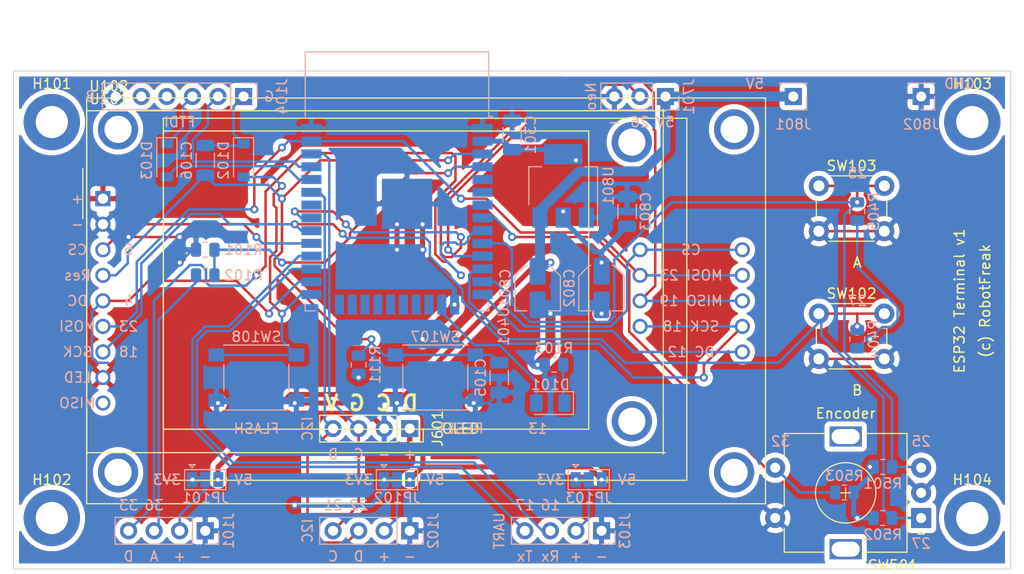
<source format=kicad_pcb>
(kicad_pcb (version 20171130) (host pcbnew 5.1.9-73d0e3b20d~88~ubuntu20.04.1)
  (layers (0 F.Cu signal) (31 B.Cu signal) (34 B.Paste user) (35 F.Paste user) (36 B.SilkS user) (37 F.SilkS user) (38 B.Mask user) (39 F.Mask user) (44 Edge.Cuts user))
  (net 0 "")
  (net 1 GND)
  (net 2 +5V)
  (net 3 +3V3)
  (net 4 TEMP)
  (net 5 NEO)
  (net 6 SCK)
  (net 7 DC)
  (net 8 RESET)
  (net 9 CS)
  (net 10 PWM)
  (net 11 I2C_SDA)
  (net 12 I2C_SCL)
  (net 13 RXD)
  (net 14 TXD)
  (net 15 ADC0)
  (net 16 MOSI)
  (net 17 "Net-(D101-Pad1)")
  (net 18 "Net-(C106-Pad1)")
  (net 19 "Net-(D103-Pad1)")
  (net 20 "Net-(J104-Pad5)")
  (net 21 "Net-(J104-Pad4)")
  (net 22 TON)
  (net 23 TDN)
  (net 24 TUP)
  (net 25 "Net-(U401-Pad32)")
  (net 26 "Net-(U401-Pad24)")
  (net 27 "Net-(U401-Pad23)")
  (net 28 "Net-(U401-Pad22)")
  (net 29 "Net-(U401-Pad21)")
  (net 30 "Net-(U401-Pad20)")
  (net 31 "Net-(U401-Pad19)")
  (net 32 "Net-(U401-Pad18)")
  (net 33 "Net-(U401-Pad17)")
  (net 34 "Net-(U401-Pad5)")
  (net 35 GPIO0)
  (net 36 TXD2)
  (net 37 RXD2)
  (net 38 LED)
  (net 39 "Net-(J101-Pad2)")
  (net 40 "Net-(J102-Pad2)")
  (net 41 "Net-(J103-Pad2)")
  (net 42 "Net-(U102-Pad9)")
  (net 43 "Net-(U401-Pad7)")
  (net 44 "Net-(U401-Pad6)")
  (net 45 MISO)
  (net 46 SD_CS)
  (net 47 FLASH_CD)
  (module MY_Display:TFT-SPI-1-8 (layer F.Cu) (at 97.79 87.63)
    (fp_text reference U101 (at 0.59 -9.91) (layer F.SilkS))
    (fp_text value SPI-TFT-1-8)
    (pad "" thru_hole circle (at 52.54 22.13) (size 4 4) (drill 2.7) (layers *.Cu *.Mask))
    (pad "" thru_hole circle (at 52.54 -5.62) (size 4 4) (drill 2.7) (layers *.Cu *.Mask))
    (pad 12 thru_hole circle (at 53.36 12.7) (size 1.5 1.5) (drill 1) (layers *.Cu *.Mask) (net 6 SCK))
    (pad 11 thru_hole circle (at 53.36 10.16) (size 1.5 1.5) (drill 1) (layers *.Cu *.Mask) (net 45 MISO))
    (pad 10 thru_hole circle (at 53.36 7.62) (size 1.5 1.5) (drill 1) (layers *.Cu *.Mask) (net 16 MOSI))
    (pad 9 thru_hole circle (at 53.36 5.08) (size 1.5 1.5) (drill 1) (layers *.Cu *.Mask) (net 46 SD_CS))
    (pad 8 thru_hole circle (at 0 17.78) (size 1.5 1.5) (drill 1) (layers *.Cu *.Mask) (net 3 +3V3))
    (pad 7 thru_hole circle (at 0 15.24) (size 1.5 1.5) (drill 1) (layers *.Cu *.Mask) (net 6 SCK))
    (pad 6 thru_hole circle (at 0 12.7) (size 1.5 1.5) (drill 1) (layers *.Cu *.Mask) (net 16 MOSI))
    (pad 5 thru_hole circle (at 0 10.16) (size 1.5 1.5) (drill 1) (layers *.Cu *.Mask) (net 7 DC))
    (pad 4 thru_hole circle (at 0 7.62) (size 1.5 1.5) (drill 1) (layers *.Cu *.Mask) (net 8 RESET))
    (pad 3 thru_hole circle (at 0 5.08) (size 1.5 1.5) (drill 1) (layers *.Cu *.Mask) (net 9 CS))
    (pad 2 thru_hole circle (at 0 2.54) (size 1.5 1.5) (drill 1) (layers *.Cu *.Mask) (net 1 GND))
    (pad 1 thru_hole rect (at 0 0) (size 1.5 1.5) (drill 1) (layers *.Cu *.Mask) (net 3 +3V3))
  )
  (module Capacitor_SMD:C_Elec_4x5.4 (layer B.Cu) (at 147.32 96.52 270)
    (fp_text reference C802 (at 0 3.2 90) (layer B.SilkS) (effects (justify mirror)))
    (fp_text value 10µF)
    (pad 2 smd roundrect (at 1.675 0 270) (size 2.65 1.6) (layers B.Cu B.Paste B.Mask) (roundrect_rratio 0.15625) (net 1 GND))
    (pad 1 smd roundrect (at -1.675 0 270) (size 2.65 1.6) (layers B.Cu B.Paste B.Mask) (roundrect_rratio 0.15625) (net 3 +3V3))
  )
  (module Capacitor_SMD:C_Elec_4x5.4 (layer B.Cu) (at 140.97 96.52 270)
    (fp_text reference C801 (at 0 3.2 90) (layer B.SilkS) (effects (justify mirror)))
    (fp_text value 10µF)
    (pad 2 smd roundrect (at 1.675 0 270) (size 2.65 1.6) (layers B.Cu B.Paste B.Mask) (roundrect_rratio 0.15625) (net 1 GND))
    (pad 1 smd roundrect (at -1.675 0 270) (size 2.65 1.6) (layers B.Cu B.Paste B.Mask) (roundrect_rratio 0.15625) (net 2 +5V))
  )
  (module Button_Switch_THT:SW_PUSH_6mm_H5mm (layer F.Cu) (at 168.91 86.36)
    (fp_text reference SW103 (at 3.25 -2) (layer F.SilkS))
    (fp_text value SW_Up)
    (pad 1 thru_hole circle (at 6.5 0 90) (size 2 2) (drill 1.1) (layers *.Cu *.Mask) (net 24 TUP))
    (pad 2 thru_hole circle (at 6.5 4.5 90) (size 2 2) (drill 1.1) (layers *.Cu *.Mask) (net 1 GND))
    (pad 1 thru_hole circle (at 0 0 90) (size 2 2) (drill 1.1) (layers *.Cu *.Mask) (net 24 TUP))
    (pad 2 thru_hole circle (at 0 4.5 90) (size 2 2) (drill 1.1) (layers *.Cu *.Mask) (net 1 GND))
  )
  (module Button_Switch_THT:SW_PUSH_6mm_H5mm (layer F.Cu) (at 168.91 99.06)
    (fp_text reference SW102 (at 3.25 -2) (layer F.SilkS))
    (fp_text value SW_Down)
    (pad 1 thru_hole circle (at 6.5 0 90) (size 2 2) (drill 1.1) (layers *.Cu *.Mask) (net 23 TDN))
    (pad 2 thru_hole circle (at 6.5 4.5 90) (size 2 2) (drill 1.1) (layers *.Cu *.Mask) (net 1 GND))
    (pad 1 thru_hole circle (at 0 0 90) (size 2 2) (drill 1.1) (layers *.Cu *.Mask) (net 23 TDN))
    (pad 2 thru_hole circle (at 0 4.5 90) (size 2 2) (drill 1.1) (layers *.Cu *.Mask) (net 1 GND))
  )
  (module Connector_PinSocket_2.54mm:PinSocket_1x01_P2.54mm_Vertical (layer B.Cu) (at 179.07 77.47)
    (fp_text reference J802 (at 0 2.77) (layer B.SilkS) (effects (justify mirror)))
    (fp_text value VIn-)
    (pad 1 thru_hole rect (at 0 0) (size 1.7 1.7) (drill 1) (layers *.Cu *.Mask) (net 1 GND))
  )
  (module Connector_PinSocket_2.54mm:PinSocket_1x01_P2.54mm_Vertical (layer B.Cu) (at 166.37 77.47)
    (fp_text reference J801 (at 0 2.77) (layer B.SilkS) (effects (justify mirror)))
    (fp_text value VIn+)
    (pad 1 thru_hole rect (at 0 0) (size 1.7 1.7) (drill 1) (layers *.Cu *.Mask) (net 2 +5V))
  )
  (module Display:CR2013-MI2120 (layer F.Cu) (at 97.79 87.63)
    (fp_text reference U102 (at 0.59 -11.18) (layer F.SilkS))
    (fp_text value CR2013-MI2120)
    (pad "" thru_hole circle (at 1.5 27.21) (size 4 4) (drill 2.7) (layers *.Cu *.Mask))
    (pad "" thru_hole circle (at 62.7 27.21) (size 4 4) (drill 2.7) (layers *.Cu *.Mask))
    (pad "" thru_hole circle (at 62.7 -6.89) (size 4 4) (drill 2.7) (layers *.Cu *.Mask))
    (pad "" thru_hole circle (at 1.5 -6.89) (size 4 4) (drill 2.7) (layers *.Cu *.Mask))
    (pad 14 thru_hole circle (at 63.52 15.24) (size 1.5 1.5) (drill 1) (layers *.Cu *.Mask) (net 47 FLASH_CD))
    (pad 13 thru_hole circle (at 63.52 12.7) (size 1.5 1.5) (drill 1) (layers *.Cu *.Mask) (net 6 SCK))
    (pad 12 thru_hole circle (at 63.52 10.16) (size 1.5 1.5) (drill 1) (layers *.Cu *.Mask) (net 45 MISO))
    (pad 11 thru_hole circle (at 63.52 7.62) (size 1.5 1.5) (drill 1) (layers *.Cu *.Mask) (net 16 MOSI))
    (pad 10 thru_hole circle (at 63.52 5.08) (size 1.5 1.5) (drill 1) (layers *.Cu *.Mask) (net 46 SD_CS))
    (pad 9 thru_hole circle (at 0 20.32) (size 1.5 1.5) (drill 1) (layers *.Cu *.Mask) (net 42 "Net-(U102-Pad9)"))
    (pad 8 thru_hole circle (at 0 17.78) (size 1.5 1.5) (drill 1) (layers *.Cu *.Mask) (net 3 +3V3))
    (pad 7 thru_hole circle (at 0 15.24) (size 1.5 1.5) (drill 1) (layers *.Cu *.Mask) (net 6 SCK))
    (pad 6 thru_hole circle (at 0 12.7) (size 1.5 1.5) (drill 1) (layers *.Cu *.Mask) (net 16 MOSI))
    (pad 5 thru_hole circle (at 0 10.16) (size 1.5 1.5) (drill 1) (layers *.Cu *.Mask) (net 7 DC))
    (pad 4 thru_hole circle (at 0 7.62) (size 1.5 1.5) (drill 1) (layers *.Cu *.Mask) (net 8 RESET))
    (pad 3 thru_hole circle (at 0 5.08) (size 1.5 1.5) (drill 1) (layers *.Cu *.Mask) (net 9 CS))
    (pad 2 thru_hole circle (at 0 2.54) (size 1.5 1.5) (drill 1) (layers *.Cu *.Mask) (net 1 GND))
    (pad 1 thru_hole rect (at 0 0) (size 1.5 1.5) (drill 1) (layers *.Cu *.Mask) (net 3 +3V3))
  )
  (module Jumper:SolderJumper-3_P1.3mm_Bridged12_Pad1.0x1.5mm (layer B.Cu) (at 146.05 115.57)
    (fp_text reference JP103 (at 0 1.8) (layer B.SilkS) (effects (justify mirror)))
    (fp_text value PowerJumper)
    (fp_poly (pts (xy -0.9 0.3) (xy -0.4 0.3) (xy -0.4 -0.3) (xy -0.9 -0.3)) (layer B.Cu) (width 0))
    (pad 2 smd rect (at 0 0) (size 1 1.5) (layers B.Cu B.Mask) (net 41 "Net-(J103-Pad2)"))
    (pad 3 smd rect (at 1.3 0) (size 1 1.5) (layers B.Cu B.Mask) (net 2 +5V))
    (pad 1 smd rect (at -1.3 0) (size 1 1.5) (layers B.Cu B.Mask) (net 3 +3V3))
  )
  (module Jumper:SolderJumper-3_P1.3mm_Bridged12_Pad1.0x1.5mm (layer B.Cu) (at 127 115.57)
    (fp_text reference JP102 (at 0 1.8) (layer B.SilkS) (effects (justify mirror)))
    (fp_text value PowerJumper)
    (fp_poly (pts (xy -0.9 0.3) (xy -0.4 0.3) (xy -0.4 -0.3) (xy -0.9 -0.3)) (layer B.Cu) (width 0))
    (pad 2 smd rect (at 0 0) (size 1 1.5) (layers B.Cu B.Mask) (net 40 "Net-(J102-Pad2)"))
    (pad 3 smd rect (at 1.3 0) (size 1 1.5) (layers B.Cu B.Mask) (net 2 +5V))
    (pad 1 smd rect (at -1.3 0) (size 1 1.5) (layers B.Cu B.Mask) (net 3 +3V3))
  )
  (module Jumper:SolderJumper-3_P1.3mm_Bridged12_Pad1.0x1.5mm (layer B.Cu) (at 107.95 115.57)
    (fp_text reference JP101 (at 0 1.8) (layer B.SilkS) (effects (justify mirror)))
    (fp_text value PowerJumper)
    (fp_poly (pts (xy -0.9 0.3) (xy -0.4 0.3) (xy -0.4 -0.3) (xy -0.9 -0.3)) (layer B.Cu) (width 0))
    (pad 2 smd rect (at 0 0) (size 1 1.5) (layers B.Cu B.Mask) (net 39 "Net-(J101-Pad2)"))
    (pad 3 smd rect (at 1.3 0) (size 1 1.5) (layers B.Cu B.Mask) (net 2 +5V))
    (pad 1 smd rect (at -1.3 0) (size 1 1.5) (layers B.Cu B.Mask) (net 3 +3V3))
  )
  (module Connector_PinHeader_2.54mm:PinHeader_1x04_P2.54mm_Vertical (layer B.Cu) (at 147.32 120.65 90)
    (fp_text reference J103 (at 0 2.33 -90) (layer B.SilkS) (effects (justify mirror)))
    (fp_text value UART_Conn)
    (pad 4 thru_hole oval (at 0 -7.62 90) (size 1.7 1.7) (drill 1) (layers *.Cu *.Mask) (net 36 TXD2))
    (pad 3 thru_hole oval (at 0 -5.08 90) (size 1.7 1.7) (drill 1) (layers *.Cu *.Mask) (net 37 RXD2))
    (pad 2 thru_hole oval (at 0 -2.54 90) (size 1.7 1.7) (drill 1) (layers *.Cu *.Mask) (net 41 "Net-(J103-Pad2)"))
    (pad 1 thru_hole rect (at 0 0 90) (size 1.7 1.7) (drill 1) (layers *.Cu *.Mask) (net 1 GND))
  )
  (module Connector_PinHeader_2.54mm:PinHeader_1x04_P2.54mm_Vertical (layer B.Cu) (at 128.27 120.65 90)
    (fp_text reference J102 (at 0 2.33 -90) (layer B.SilkS) (effects (justify mirror)))
    (fp_text value I2C_Conn)
    (pad 4 thru_hole oval (at 0 -7.62 90) (size 1.7 1.7) (drill 1) (layers *.Cu *.Mask) (net 12 I2C_SCL))
    (pad 3 thru_hole oval (at 0 -5.08 90) (size 1.7 1.7) (drill 1) (layers *.Cu *.Mask) (net 11 I2C_SDA))
    (pad 2 thru_hole oval (at 0 -2.54 90) (size 1.7 1.7) (drill 1) (layers *.Cu *.Mask) (net 40 "Net-(J102-Pad2)"))
    (pad 1 thru_hole rect (at 0 0 90) (size 1.7 1.7) (drill 1) (layers *.Cu *.Mask) (net 1 GND))
  )
  (module Connector_PinHeader_2.54mm:PinHeader_1x04_P2.54mm_Vertical (layer B.Cu) (at 107.95 120.65 90)
    (fp_text reference J101 (at 0 2.33 -90) (layer B.SilkS) (effects (justify mirror)))
    (fp_text value IO_Conn)
    (pad 4 thru_hole oval (at 0 -7.62 90) (size 1.7 1.7) (drill 1) (layers *.Cu *.Mask) (net 10 PWM))
    (pad 3 thru_hole oval (at 0 -5.08 90) (size 1.7 1.7) (drill 1) (layers *.Cu *.Mask) (net 4 TEMP))
    (pad 2 thru_hole oval (at 0 -2.54 90) (size 1.7 1.7) (drill 1) (layers *.Cu *.Mask) (net 39 "Net-(J101-Pad2)"))
    (pad 1 thru_hole rect (at 0 0 90) (size 1.7 1.7) (drill 1) (layers *.Cu *.Mask) (net 1 GND))
  )
  (module Button_Switch_SMD:SW_Push_1P1T_NO_6x6mm_H9.5mm (layer B.Cu) (at 113.03 105.41 180)
    (fp_text reference SW108 (at 0 4.05) (layer B.SilkS) (effects (justify mirror)))
    (fp_text value SW_Push)
    (pad 2 smd rect (at 3.975 -2.25 180) (size 1.55 1.3) (layers B.Cu B.Paste B.Mask) (net 1 GND))
    (pad 1 smd rect (at 3.975 2.25 180) (size 1.55 1.3) (layers B.Cu B.Paste B.Mask) (net 35 GPIO0))
    (pad 1 smd rect (at -3.975 2.25 180) (size 1.55 1.3) (layers B.Cu B.Paste B.Mask) (net 35 GPIO0))
    (pad 2 smd rect (at -3.975 -2.25 180) (size 1.55 1.3) (layers B.Cu B.Paste B.Mask) (net 1 GND))
  )
  (module Button_Switch_SMD:SW_Push_1P1T_NO_6x6mm_H9.5mm (layer B.Cu) (at 130.81 105.41 180)
    (fp_text reference SW107 (at 0 4.05) (layer B.SilkS) (effects (justify mirror)))
    (fp_text value Reset)
    (pad 2 smd rect (at 3.975 -2.25 180) (size 1.55 1.3) (layers B.Cu B.Paste B.Mask) (net 1 GND))
    (pad 1 smd rect (at 3.975 2.25 180) (size 1.55 1.3) (layers B.Cu B.Paste B.Mask) (net 8 RESET))
    (pad 1 smd rect (at -3.975 2.25 180) (size 1.55 1.3) (layers B.Cu B.Paste B.Mask) (net 8 RESET))
    (pad 2 smd rect (at -3.975 -2.25 180) (size 1.55 1.3) (layers B.Cu B.Paste B.Mask) (net 1 GND))
  )
  (module Resistor_SMD:R_0805_2012Metric (layer B.Cu) (at 142.5975 104.14 180)
    (fp_text reference R103 (at 0 1.65) (layer B.SilkS) (effects (justify mirror)))
    (fp_text value R)
    (pad 2 smd roundrect (at 0.9125 0 180) (size 1.025 1.4) (layers B.Cu B.Paste B.Mask) (roundrect_rratio 0.2439014634146341) (net 1 GND))
    (pad 1 smd roundrect (at -0.9125 0 180) (size 1.025 1.4) (layers B.Cu B.Paste B.Mask) (roundrect_rratio 0.2439014634146341) (net 17 "Net-(D101-Pad1)"))
  )
  (module LED_SMD:LED_1206_3216Metric (layer B.Cu) (at 142.24 107.95 180)
    (fp_text reference D101 (at 0 1.82) (layer B.SilkS) (effects (justify mirror)))
    (fp_text value LED)
    (pad 2 smd roundrect (at 1.4 0 180) (size 1.25 1.75) (layers B.Cu B.Paste B.Mask) (roundrect_rratio 0.2) (net 38 LED))
    (pad 1 smd roundrect (at -1.4 0 180) (size 1.25 1.75) (layers B.Cu B.Paste B.Mask) (roundrect_rratio 0.2) (net 17 "Net-(D101-Pad1)"))
  )
  (module Capacitor_SMD:C_1206_3216Metric (layer B.Cu) (at 138.43 81.28 90)
    (fp_text reference C301 (at 0 1.85 90) (layer B.SilkS) (effects (justify mirror)))
    (fp_text value 100nF)
    (pad 2 smd roundrect (at 1.475 0 90) (size 1.15 1.8) (layers B.Cu B.Paste B.Mask) (roundrect_rratio 0.2173904347826087) (net 1 GND))
    (pad 1 smd roundrect (at -1.475 0 90) (size 1.15 1.8) (layers B.Cu B.Paste B.Mask) (roundrect_rratio 0.2173904347826087) (net 3 +3V3))
  )
  (module Package_TO_SOT_SMD:SOT-223-3_TabPin2 (layer B.Cu) (at 143.51 86.36 90)
    (fp_text reference U801 (at 0 4.5 90) (layer B.SilkS) (effects (justify mirror)))
    (fp_text value LD1117S33TR_SOT223)
    (pad 1 smd rect (at -3.15 2.3 90) (size 2 1.5) (layers B.Cu B.Paste B.Mask) (net 1 GND))
    (pad 3 smd rect (at -3.15 -2.3 90) (size 2 1.5) (layers B.Cu B.Paste B.Mask) (net 2 +5V))
    (pad 2 smd rect (at -3.15 0 90) (size 2 1.5) (layers B.Cu B.Paste B.Mask) (net 3 +3V3))
    (pad 2 smd rect (at 3.15 0 90) (size 2 3.8) (layers B.Cu B.Paste B.Mask) (net 3 +3V3))
  )
  (module Capacitor_SMD:C_1206_3216Metric (layer B.Cu) (at 149.86 88.9 90)
    (fp_text reference C803 (at 0 1.85 90) (layer B.SilkS) (effects (justify mirror)))
    (fp_text value 100nF)
    (pad 2 smd roundrect (at 1.475 0 90) (size 1.15 1.8) (layers B.Cu B.Paste B.Mask) (roundrect_rratio 0.2173904347826087) (net 1 GND))
    (pad 1 smd roundrect (at -1.475 0 90) (size 1.15 1.8) (layers B.Cu B.Paste B.Mask) (roundrect_rratio 0.2173904347826087) (net 3 +3V3))
  )
  (module Resistor_SMD:R_0805_2012Metric (layer B.Cu) (at 172.72 88.9 90)
    (fp_text reference R405 (at 0 1.65 90) (layer B.SilkS) (effects (justify mirror)))
    (fp_text value 10k)
    (pad 2 smd roundrect (at 0.9125 0 90) (size 1.025 1.4) (layers B.Cu B.Paste B.Mask) (roundrect_rratio 0.2439014634146341) (net 24 TUP))
    (pad 1 smd roundrect (at -0.9125 0 90) (size 1.025 1.4) (layers B.Cu B.Paste B.Mask) (roundrect_rratio 0.2439014634146341) (net 3 +3V3))
  )
  (module Resistor_SMD:R_0805_2012Metric (layer B.Cu) (at 172.72 101.6 90)
    (fp_text reference R404 (at 0 1.65 90) (layer B.SilkS) (effects (justify mirror)))
    (fp_text value 10k)
    (pad 2 smd roundrect (at 0.9125 0 90) (size 1.025 1.4) (layers B.Cu B.Paste B.Mask) (roundrect_rratio 0.2439014634146341) (net 23 TDN))
    (pad 1 smd roundrect (at -0.9125 0 90) (size 1.025 1.4) (layers B.Cu B.Paste B.Mask) (roundrect_rratio 0.2439014634146341) (net 3 +3V3))
  )
  (module RF_Module:ESP32-WROOM-32 (layer B.Cu) (at 127 88.9 180)
    (fp_text reference U401 (at -10.61 -11.43 270) (layer B.SilkS) (effects (justify mirror)))
    (fp_text value ESP32-WROOM-32)
    (pad 38 smd rect (at 8.5 8.255 180) (size 2 0.9) (layers B.Cu B.Paste B.Mask) (net 1 GND))
    (pad 37 smd rect (at 8.5 6.985 180) (size 2 0.9) (layers B.Cu B.Paste B.Mask) (net 16 MOSI))
    (pad 36 smd rect (at 8.5 5.715 180) (size 2 0.9) (layers B.Cu B.Paste B.Mask) (net 12 I2C_SCL))
    (pad 35 smd rect (at 8.5 4.445 180) (size 2 0.9) (layers B.Cu B.Paste B.Mask) (net 14 TXD))
    (pad 34 smd rect (at 8.5 3.175 180) (size 2 0.9) (layers B.Cu B.Paste B.Mask) (net 13 RXD))
    (pad 33 smd rect (at 8.5 1.905 180) (size 2 0.9) (layers B.Cu B.Paste B.Mask) (net 11 I2C_SDA))
    (pad 32 smd rect (at 8.5 0.635 180) (size 2 0.9) (layers B.Cu B.Paste B.Mask) (net 25 "Net-(U401-Pad32)"))
    (pad 31 smd rect (at 8.5 -0.635 180) (size 2 0.9) (layers B.Cu B.Paste B.Mask) (net 45 MISO))
    (pad 30 smd rect (at 8.5 -1.905 180) (size 2 0.9) (layers B.Cu B.Paste B.Mask) (net 6 SCK))
    (pad 29 smd rect (at 8.5 -3.175 180) (size 2 0.9) (layers B.Cu B.Paste B.Mask) (net 9 CS))
    (pad 28 smd rect (at 8.5 -4.445 180) (size 2 0.9) (layers B.Cu B.Paste B.Mask) (net 36 TXD2))
    (pad 27 smd rect (at 8.5 -5.715 180) (size 2 0.9) (layers B.Cu B.Paste B.Mask) (net 37 RXD2))
    (pad 26 smd rect (at 8.5 -6.985 180) (size 2 0.9) (layers B.Cu B.Paste B.Mask) (net 7 DC))
    (pad 25 smd rect (at 8.5 -8.255 180) (size 2 0.9) (layers B.Cu B.Paste B.Mask) (net 35 GPIO0))
    (pad 24 smd rect (at 5.715 -9.255 90) (size 2 0.9) (layers B.Cu B.Paste B.Mask) (net 26 "Net-(U401-Pad24)"))
    (pad 23 smd rect (at 4.445 -9.255 90) (size 2 0.9) (layers B.Cu B.Paste B.Mask) (net 27 "Net-(U401-Pad23)"))
    (pad 22 smd rect (at 3.175 -9.255 90) (size 2 0.9) (layers B.Cu B.Paste B.Mask) (net 28 "Net-(U401-Pad22)"))
    (pad 21 smd rect (at 1.905 -9.255 90) (size 2 0.9) (layers B.Cu B.Paste B.Mask) (net 29 "Net-(U401-Pad21)"))
    (pad 20 smd rect (at 0.635 -9.255 90) (size 2 0.9) (layers B.Cu B.Paste B.Mask) (net 30 "Net-(U401-Pad20)"))
    (pad 19 smd rect (at -0.635 -9.255 90) (size 2 0.9) (layers B.Cu B.Paste B.Mask) (net 31 "Net-(U401-Pad19)"))
    (pad 18 smd rect (at -1.905 -9.255 90) (size 2 0.9) (layers B.Cu B.Paste B.Mask) (net 32 "Net-(U401-Pad18)"))
    (pad 17 smd rect (at -3.175 -9.255 90) (size 2 0.9) (layers B.Cu B.Paste B.Mask) (net 33 "Net-(U401-Pad17)"))
    (pad 16 smd rect (at -4.445 -9.255 90) (size 2 0.9) (layers B.Cu B.Paste B.Mask) (net 38 LED))
    (pad 15 smd rect (at -5.715 -9.255 90) (size 2 0.9) (layers B.Cu B.Paste B.Mask) (net 1 GND))
    (pad 14 smd rect (at -8.5 -8.255 180) (size 2 0.9) (layers B.Cu B.Paste B.Mask) (net 47 FLASH_CD))
    (pad 13 smd rect (at -8.5 -6.985 180) (size 2 0.9) (layers B.Cu B.Paste B.Mask) (net 46 SD_CS))
    (pad 12 smd rect (at -8.5 -5.715 180) (size 2 0.9) (layers B.Cu B.Paste B.Mask) (net 23 TDN))
    (pad 11 smd rect (at -8.5 -4.445 180) (size 2 0.9) (layers B.Cu B.Paste B.Mask) (net 5 NEO))
    (pad 10 smd rect (at -8.5 -3.175 180) (size 2 0.9) (layers B.Cu B.Paste B.Mask) (net 24 TUP))
    (pad 9 smd rect (at -8.5 -1.905 180) (size 2 0.9) (layers B.Cu B.Paste B.Mask) (net 10 PWM))
    (pad 8 smd rect (at -8.5 -0.635 180) (size 2 0.9) (layers B.Cu B.Paste B.Mask) (net 22 TON))
    (pad 7 smd rect (at -8.5 0.635 180) (size 2 0.9) (layers B.Cu B.Paste B.Mask) (net 43 "Net-(U401-Pad7)"))
    (pad 6 smd rect (at -8.5 1.905 180) (size 2 0.9) (layers B.Cu B.Paste B.Mask) (net 44 "Net-(U401-Pad6)"))
    (pad 5 smd rect (at -8.5 3.175 180) (size 2 0.9) (layers B.Cu B.Paste B.Mask) (net 34 "Net-(U401-Pad5)"))
    (pad 4 smd rect (at -8.5 4.445 180) (size 2 0.9) (layers B.Cu B.Paste B.Mask) (net 15 ADC0))
    (pad 3 smd rect (at -8.5 5.715 180) (size 2 0.9) (layers B.Cu B.Paste B.Mask) (net 8 RESET))
    (pad 2 smd rect (at -8.5 6.985 180) (size 2 0.9) (layers B.Cu B.Paste B.Mask) (net 3 +3V3))
    (pad 1 smd rect (at -8.5 8.255 180) (size 2 0.9) (layers B.Cu B.Paste B.Mask) (net 1 GND))
    (pad 39 smd rect (at -1 0.755 180) (size 5 5) (layers B.Cu B.Paste B.Mask) (net 1 GND))
  )
  (module Resistor_SMD:R_0805_2012Metric (layer B.Cu) (at 123.19 104.14 90)
    (fp_text reference R111 (at 0 1.65 270) (layer B.SilkS) (effects (justify mirror)))
    (fp_text value R)
    (pad 2 smd roundrect (at 0.9125 0 90) (size 1.025 1.4) (layers B.Cu B.Paste B.Mask) (roundrect_rratio 0.2439014634146341) (net 8 RESET))
    (pad 1 smd roundrect (at -0.9125 0 90) (size 1.025 1.4) (layers B.Cu B.Paste B.Mask) (roundrect_rratio 0.2439014634146341) (net 3 +3V3))
  )
  (module Connector_PinSocket_2.54mm:PinSocket_1x06_P2.54mm_Vertical (layer B.Cu) (at 111.76 77.47 90)
    (fp_text reference J104 (at 0 3.81 -90) (layer B.SilkS) (effects (justify mirror)))
    (fp_text value FTDI_Conn)
    (pad 6 thru_hole oval (at 0 -12.7 90) (size 1.7 1.7) (drill 1) (layers *.Cu *.Mask) (net 1 GND))
    (pad 5 thru_hole oval (at 0 -10.16 90) (size 1.7 1.7) (drill 1) (layers *.Cu *.Mask) (net 20 "Net-(J104-Pad5)"))
    (pad 4 thru_hole oval (at 0 -7.62 90) (size 1.7 1.7) (drill 1) (layers *.Cu *.Mask) (net 21 "Net-(J104-Pad4)"))
    (pad 3 thru_hole oval (at 0 -5.08 90) (size 1.7 1.7) (drill 1) (layers *.Cu *.Mask) (net 19 "Net-(D103-Pad1)"))
    (pad 2 thru_hole oval (at 0 -2.54 90) (size 1.7 1.7) (drill 1) (layers *.Cu *.Mask) (net 14 TXD))
    (pad 1 thru_hole rect (at 0 0 90) (size 1.7 1.7) (drill 1) (layers *.Cu *.Mask) (net 18 "Net-(C106-Pad1)"))
  )
  (module Diode_SMD:D_SOD-123 (layer B.Cu) (at 104.14 83.82 270)
    (fp_text reference D103 (at 0 2 90) (layer B.SilkS) (effects (justify mirror)))
    (fp_text value D_Schottky)
    (pad 2 smd rect (at 1.65 0 270) (size 0.9 1.2) (layers B.Cu B.Paste B.Mask) (net 13 RXD))
    (pad 1 smd rect (at -1.65 0 270) (size 0.9 1.2) (layers B.Cu B.Paste B.Mask) (net 19 "Net-(D103-Pad1)"))
  )
  (module Diode_SMD:D_SOD-123 (layer B.Cu) (at 111.76 83.82 270)
    (fp_text reference D102 (at 0 2 90) (layer B.SilkS) (effects (justify mirror)))
    (fp_text value D_Schottky)
    (pad 2 smd rect (at 1.65 0 270) (size 0.9 1.2) (layers B.Cu B.Paste B.Mask) (net 35 GPIO0))
    (pad 1 smd rect (at -1.65 0 270) (size 0.9 1.2) (layers B.Cu B.Paste B.Mask) (net 18 "Net-(C106-Pad1)"))
  )
  (module Capacitor_SMD:C_1206_3216Metric (layer B.Cu) (at 107.95 83.82 270)
    (fp_text reference C106 (at 0 1.85 90) (layer B.SilkS) (effects (justify mirror)))
    (fp_text value C)
    (pad 2 smd roundrect (at 1.475 0 270) (size 1.15 1.8) (layers B.Cu B.Paste B.Mask) (roundrect_rratio 0.2173904347826087) (net 8 RESET))
    (pad 1 smd roundrect (at -1.475 0 270) (size 1.15 1.8) (layers B.Cu B.Paste B.Mask) (roundrect_rratio 0.2173904347826087) (net 18 "Net-(C106-Pad1)"))
  )
  (module Capacitor_SMD:C_1206_3216Metric (layer B.Cu) (at 137.16 105.41 270)
    (fp_text reference C105 (at 0 1.85 90) (layer B.SilkS) (effects (justify mirror)))
    (fp_text value C)
    (pad 2 smd roundrect (at 1.475 0 270) (size 1.15 1.8) (layers B.Cu B.Paste B.Mask) (roundrect_rratio 0.2173904347826087) (net 1 GND))
    (pad 1 smd roundrect (at -1.475 0 270) (size 1.15 1.8) (layers B.Cu B.Paste B.Mask) (roundrect_rratio 0.2173904347826087) (net 8 RESET))
  )
  (module MountingHole:MountingHole_3.2mm_M3_DIN965_Pad_TopBottom (layer F.Cu) (at 184.15 119.38)
    (fp_text reference H104 (at 0 -3.8) (layer F.SilkS))
    (fp_text value MountingHole)
    (pad 1 connect circle (at 0 0) (size 5.6 5.6) (layers B.Cu B.Mask))
    (pad 1 connect circle (at 0 0) (size 5.6 5.6) (layers F.Cu F.Mask))
    (pad 1 thru_hole circle (at 0 0) (size 3.6 3.6) (drill 3.2) (layers *.Cu *.Mask))
  )
  (module MountingHole:MountingHole_3.2mm_M3_DIN965_Pad_TopBottom (layer F.Cu) (at 184.15 80.01)
    (fp_text reference H103 (at 0 -3.8) (layer F.SilkS))
    (fp_text value MountingHole)
    (pad 1 connect circle (at 0 0) (size 5.6 5.6) (layers B.Cu B.Mask))
    (pad 1 connect circle (at 0 0) (size 5.6 5.6) (layers F.Cu F.Mask))
    (pad 1 thru_hole circle (at 0 0) (size 3.6 3.6) (drill 3.2) (layers *.Cu *.Mask))
  )
  (module MountingHole:MountingHole_3.2mm_M3_DIN965_Pad_TopBottom (layer F.Cu) (at 92.71 119.38)
    (fp_text reference H102 (at 0 -3.8) (layer F.SilkS))
    (fp_text value MountingHole)
    (pad 1 connect circle (at 0 0) (size 5.6 5.6) (layers B.Cu B.Mask))
    (pad 1 connect circle (at 0 0) (size 5.6 5.6) (layers F.Cu F.Mask))
    (pad 1 thru_hole circle (at 0 0) (size 3.6 3.6) (drill 3.2) (layers *.Cu *.Mask))
  )
  (module MountingHole:MountingHole_3.2mm_M3_DIN965_Pad_TopBottom (layer F.Cu) (at 92.71 80.01)
    (fp_text reference H101 (at 0 -3.8) (layer F.SilkS))
    (fp_text value MountingHole)
    (pad 1 connect circle (at 0 0) (size 5.6 5.6) (layers B.Cu B.Mask))
    (pad 1 connect circle (at 0 0) (size 5.6 5.6) (layers F.Cu F.Mask))
    (pad 1 thru_hole circle (at 0 0) (size 3.6 3.6) (drill 3.2) (layers *.Cu *.Mask))
  )
  (module Connector_PinHeader_2.54mm:PinHeader_1x03_P2.54mm_Vertical (layer B.Cu) (at 153.67 77.47 90)
    (fp_text reference J701 (at 0 2.33 -90) (layer B.SilkS) (effects (justify mirror)))
    (fp_text value Neo (at 0 -7.41 -90) (layer B.SilkS) (effects (justify mirror)))
    (pad 3 thru_hole oval (at 0 -5.08 90) (size 1.7 1.7) (drill 1) (layers *.Cu *.Mask) (net 1 GND))
    (pad 2 thru_hole oval (at 0 -2.54 90) (size 1.7 1.7) (drill 1) (layers *.Cu *.Mask) (net 5 NEO))
    (pad 1 thru_hole rect (at 0 0 90) (size 1.7 1.7) (drill 1) (layers *.Cu *.Mask) (net 2 +5V))
  )
  (module Connector_PinSocket_2.54mm:PinSocket_1x04_P2.54mm_Vertical (layer F.Cu) (at 128.27 110.49 270)
    (fp_text reference J601 (at 0 -2.77 90) (layer F.SilkS))
    (fp_text value OLED (at 0 -5.08) (layer F.SilkS))
    (pad 4 thru_hole oval (at 0 7.62 270) (size 1.7 1.7) (drill 1) (layers *.Cu *.Mask) (net 11 I2C_SDA))
    (pad 3 thru_hole oval (at 0 5.08 270) (size 1.7 1.7) (drill 1) (layers *.Cu *.Mask) (net 12 I2C_SCL))
    (pad 2 thru_hole oval (at 0 2.54 270) (size 1.7 1.7) (drill 1) (layers *.Cu *.Mask) (net 1 GND))
    (pad 1 thru_hole rect (at 0 0 270) (size 1.7 1.7) (drill 1) (layers *.Cu *.Mask) (net 3 +3V3))
  )
  (module Rotary_Encoder:RotaryEncoder_Alps_EC11E-Switch_Vertical_H20mm (layer F.Cu) (at 179.07 119.38 180)
    (fp_text reference SW501 (at 2.8 -4.7) (layer F.SilkS))
    (fp_text value Encoder (at 7.5 10.4) (layer F.SilkS))
    (pad A thru_hole rect (at 0 0 180) (size 2 2) (drill 1) (layers *.Cu *.Mask) (net 23 TDN))
    (pad C thru_hole circle (at 0 2.5 180) (size 2 2) (drill 1) (layers *.Cu *.Mask) (net 1 GND))
    (pad B thru_hole circle (at 0 5 180) (size 2 2) (drill 1) (layers *.Cu *.Mask) (net 24 TUP))
    (pad MP thru_hole rect (at 7.5 -3.1 180) (size 3.2 2) (drill oval 2.8 1.5) (layers *.Cu *.Mask))
    (pad MP thru_hole rect (at 7.5 8.1 180) (size 3.2 2) (drill oval 2.8 1.5) (layers *.Cu *.Mask))
    (pad S2 thru_hole circle (at 14.5 0 180) (size 2 2) (drill 1) (layers *.Cu *.Mask) (net 1 GND))
    (pad S1 thru_hole circle (at 14.5 5 180) (size 2 2) (drill 1) (layers *.Cu *.Mask) (net 22 TON))
  )
  (module Resistor_SMD:R_0805_2012Metric (layer B.Cu) (at 171.45 116.84 180)
    (fp_text reference R503 (at 0 1.65) (layer B.SilkS) (effects (justify mirror)))
    (fp_text value 10k)
    (pad 2 smd roundrect (at 0.9125 0 180) (size 1.025 1.4) (layers B.Cu B.Paste B.Mask) (roundrect_rratio 0.2439014634146341) (net 22 TON))
    (pad 1 smd roundrect (at -0.9125 0 180) (size 1.025 1.4) (layers B.Cu B.Paste B.Mask) (roundrect_rratio 0.2439014634146341) (net 3 +3V3))
  )
  (module Resistor_SMD:R_0805_2012Metric (layer B.Cu) (at 175.26 119.38)
    (fp_text reference R502 (at 0 1.65) (layer B.SilkS) (effects (justify mirror)))
    (fp_text value 10k)
    (pad 2 smd roundrect (at 0.9125 0) (size 1.025 1.4) (layers B.Cu B.Paste B.Mask) (roundrect_rratio 0.2439014634146341) (net 23 TDN))
    (pad 1 smd roundrect (at -0.9125 0) (size 1.025 1.4) (layers B.Cu B.Paste B.Mask) (roundrect_rratio 0.2439014634146341) (net 3 +3V3))
  )
  (module Resistor_SMD:R_0805_2012Metric (layer B.Cu) (at 175.26 114.3)
    (fp_text reference R501 (at 0 1.65) (layer B.SilkS) (effects (justify mirror)))
    (fp_text value 10k)
    (pad 2 smd roundrect (at 0.9125 0) (size 1.025 1.4) (layers B.Cu B.Paste B.Mask) (roundrect_rratio 0.2439014634146341) (net 24 TUP))
    (pad 1 smd roundrect (at -0.9125 0) (size 1.025 1.4) (layers B.Cu B.Paste B.Mask) (roundrect_rratio 0.2439014634146341) (net 3 +3V3))
  )
  (module Resistor_SMD:R_0805_2012Metric (layer B.Cu) (at 107.95 92.71 180)
    (fp_text reference R101 (at -3.81 0) (layer B.SilkS) (effects (justify mirror)))
    (fp_text value 10k)
    (pad 2 smd roundrect (at 0.9125 0 180) (size 1.025 1.4) (layers B.Cu B.Paste B.Mask) (roundrect_rratio 0.2439004878048781) (net 1 GND))
    (pad 1 smd roundrect (at -0.9125 0 180) (size 1.025 1.4) (layers B.Cu B.Paste B.Mask) (roundrect_rratio 0.2439004878048781) (net 15 ADC0))
  )
  (module Resistor_SMD:R_0805_2012Metric (layer B.Cu) (at 107.95 95.25)
    (fp_text reference R102 (at 3.81 0) (layer B.SilkS) (effects (justify mirror)))
    (fp_text value 39k)
    (pad 2 smd roundrect (at 0.9125 0) (size 1.025 1.4) (layers B.Cu B.Paste B.Mask) (roundrect_rratio 0.2439004878048781) (net 15 ADC0))
    (pad 1 smd roundrect (at -0.9125 0) (size 1.025 1.4) (layers B.Cu B.Paste B.Mask) (roundrect_rratio 0.2439004878048781) (net 4 TEMP))
  )
  (gr_line (start 187.96 74.93) (end 88.9 74.93) (layer Edge.Cuts) (width 0.1))
  (gr_line (start 187.96 124.46) (end 187.96 74.93) (layer Edge.Cuts) (width 0.1))
  (gr_line (start 88.9 124.46) (end 187.96 124.46) (layer Edge.Cuts) (width 0.1))
  (gr_line (start 88.9 74.93) (end 88.9 124.46) (layer Edge.Cuts) (width 0.1))
  (gr_text B (at 172.72 106.68) (layer F.SilkS) (effects (font (size 1 1))))
  (gr_text A (at 172.72 93.98) (layer F.SilkS) (effects (font (size 1 1))))
  (gr_text "(c) RobotFreak" (at 185.42 97.79 90) (layer F.SilkS) (effects (font (size 1 1))))
  (gr_text "ESP32 Terminal v1" (at 182.88 97.79 90) (layer F.SilkS) (effects (font (size 1 1))))
  (gr_text 13 (at 140.97 110.49) (layer B.SilkS) (effects (font (size 1 1)) (justify mirror)))
  (gr_text G (at 114.3 77.47) (layer B.SilkS) (effects (font (size 1 1)) (justify mirror)))
  (gr_text 32 (at 165.1 111.76) (layer B.SilkS) (effects (font (size 1 1)) (justify mirror)))
  (gr_text 27 (at 179.07 121.92) (layer B.SilkS) (effects (font (size 1 1)) (justify mirror)))
  (gr_text 25 (at 179.07 111.76) (layer B.SilkS) (effects (font (size 1 1)) (justify mirror)))
  (gr_text 27 (at 172.72 97.79) (layer B.SilkS) (effects (font (size 1 1)) (justify mirror)))
  (gr_text 25 (at 172.72 85.09) (layer B.SilkS) (effects (font (size 1 1)) (justify mirror)))
  (gr_text 23 (at 100.33 100.33) (layer B.SilkS) (effects (font (size 1 1)) (justify mirror)))
  (gr_text 18 (at 100.33 102.87) (layer B.SilkS) (effects (font (size 1 1)) (justify mirror)))
  (gr_text 5 (at 100.33 92.71) (layer B.SilkS) (effects (font (size 1 1)) (justify mirror)))
  (gr_text 4 (at 100.33 97.79) (layer B.SilkS) (effects (font (size 1 1)) (justify mirror)))
  (gr_text GND (at 182.88 76.2) (layer B.SilkS) (effects (font (size 1 1)) (justify mirror)))
  (gr_text 5V (at 162.56 76.2) (layer B.SilkS) (effects (font (size 1 1)) (justify mirror)))
  (gr_text 26 (at 151.13 80.01) (layer B.SilkS) (effects (font (size 1 1)) (justify mirror)))
  (gr_text 5V (at 153.67 80.01) (layer B.SilkS) (effects (font (size 1 1)) (justify mirror)))
  (gr_text - (at 148.59 80.01) (layer B.SilkS) (effects (font (size 1 1)) (justify mirror)))
  (gr_text "DC 12" (at 156.21 102.87) (layer B.SilkS) (effects (font (size 1 1)) (justify mirror)))
  (gr_text "SCK 18" (at 156.21 100.33) (layer B.SilkS) (effects (font (size 1 1)) (justify mirror)))
  (gr_text "MISO 19" (at 156.21 97.79) (layer B.SilkS) (effects (font (size 1 1)) (justify mirror)))
  (gr_text "MOSI 23" (at 156.21 95.25) (layer B.SilkS) (effects (font (size 1 1)) (justify mirror)))
  (gr_text CS (at 156.21 92.71) (layer B.SilkS) (effects (font (size 1 1)) (justify mirror)))
  (gr_text 16 (at 142.24 118.11) (layer B.SilkS) (effects (font (size 1 1)) (justify mirror)))
  (gr_text 17 (at 139.7 118.11) (layer B.SilkS) (effects (font (size 1 1)) (justify mirror)))
  (gr_text 22 (at 123.19 118.11) (layer B.SilkS) (effects (font (size 1 1)) (justify mirror)))
  (gr_text 21 (at 120.65 118.11) (layer B.SilkS) (effects (font (size 1 1)) (justify mirror)))
  (gr_text 36 (at 102.87 118.11) (layer B.SilkS) (effects (font (size 1 1)) (justify mirror)))
  (gr_text 33 (at 100.33 118.11) (layer B.SilkS) (effects (font (size 1 1)) (justify mirror)))
  (gr_text FTDI (at 105.41 80.01) (layer B.SilkS) (effects (font (size 1 1)) (justify mirror)))
  (gr_text B (at 96.52 77.47) (layer B.SilkS) (effects (font (size 1 1)) (justify mirror)))
  (gr_text I2C (at 118.11 110.49 90) (layer B.SilkS) (effects (font (size 1 1)) (justify mirror)))
  (gr_text RESET (at 133.35 110.49) (layer B.SilkS) (effects (font (size 1 1)) (justify mirror)))
  (gr_text FLASH (at 113.03 110.49) (layer B.SilkS) (effects (font (size 1 1)) (justify mirror)))
  (gr_text 5V (at 149.86 115.57) (layer B.SilkS) (effects (font (size 1 1)) (justify mirror)))
  (gr_text 3V3 (at 142.24 115.57) (layer B.SilkS) (effects (font (size 1 1)) (justify mirror)))
  (gr_text 3V3 (at 104.14 115.57) (layer B.SilkS) (effects (font (size 1 1)) (justify mirror)))
  (gr_text 5V (at 111.76 115.57) (layer B.SilkS) (effects (font (size 1 1)) (justify mirror)))
  (gr_text 3V3 (at 123.19 115.57) (layer B.SilkS) (effects (font (size 1 1)) (justify mirror)))
  (gr_text 5V (at 130.81 115.57) (layer B.SilkS) (effects (font (size 1 1)) (justify mirror)))
  (gr_text + (at 128.27 113.03) (layer B.SilkS) (effects (font (size 1 1)) (justify mirror)))
  (gr_text - (at 125.73 113.03) (layer B.SilkS) (effects (font (size 1 1)) (justify mirror)))
  (gr_text C (at 123.19 113.03) (layer B.SilkS) (effects (font (size 1 1)) (justify mirror)))
  (gr_text D (at 120.65 113.03) (layer B.SilkS) (effects (font (size 1 1)) (justify mirror)))
  (gr_text MISO (at 95.25 107.95) (layer B.SilkS) (effects (font (size 1 1)) (justify mirror)))
  (gr_text LED (at 95.25 105.41) (layer B.SilkS) (effects (font (size 1 1)) (justify mirror)))
  (gr_text SCK (at 95.25 102.87) (layer B.SilkS) (effects (font (size 1 1)) (justify mirror)))
  (gr_text MOSI (at 95.25 100.33) (layer B.SilkS) (effects (font (size 1 1)) (justify mirror)))
  (gr_text DC (at 95.25 97.79) (layer B.SilkS) (effects (font (size 1 1)) (justify mirror)))
  (gr_text Res (at 95.25 95.25) (layer B.SilkS) (effects (font (size 1 1)) (justify mirror)))
  (gr_text CS (at 95.25 92.71) (layer B.SilkS) (effects (font (size 1 1)) (justify mirror)))
  (gr_text - (at 95.25 90.17) (layer B.SilkS) (effects (font (size 1 1)) (justify mirror)))
  (gr_text + (at 95.25 87.63) (layer B.SilkS) (effects (font (size 1 1)) (justify mirror)))
  (gr_text UART (at 137.16 120.65 90) (layer B.SilkS) (effects (font (size 1 1)) (justify mirror)))
  (gr_text I2C (at 118.11 120.65 90) (layer B.SilkS) (effects (font (size 1 1)) (justify mirror)))
  (gr_text - (at 147.32 123.19) (layer B.SilkS) (effects (font (size 1 1)) (justify mirror)))
  (gr_text + (at 144.78 123.19) (layer B.SilkS) (effects (font (size 1 1)) (justify mirror)))
  (gr_text Rx (at 142.24 123.19) (layer B.SilkS) (effects (font (size 1 1)) (justify mirror)))
  (gr_text Tx (at 139.7 123.19) (layer B.SilkS) (effects (font (size 1 1)) (justify mirror)))
  (gr_text - (at 107.95 123.19) (layer B.SilkS) (effects (font (size 1 1)) (justify mirror)))
  (gr_text + (at 105.41 123.19) (layer B.SilkS) (effects (font (size 1 1)) (justify mirror)))
  (gr_text D (at 100.33 123.19) (layer B.SilkS) (effects (font (size 1 1)) (justify mirror)))
  (gr_text A (at 102.87 123.19) (layer B.SilkS) (effects (font (size 1 1)) (justify mirror)))
  (gr_text - (at 128.27 123.19) (layer B.SilkS) (effects (font (size 1 1)) (justify mirror)))
  (gr_text + (at 125.73 123.19) (layer B.SilkS) (effects (font (size 1 1)) (justify mirror)))
  (gr_text D (at 123.19 123.19) (layer B.SilkS) (effects (font (size 1 1)) (justify mirror)))
  (gr_text C (at 120.65 123.19) (layer B.SilkS) (effects (font (size 1 1)) (justify mirror)))
  (gr_text "D C G V" (at 124.46 107.95) (layer F.SilkS) (effects (font (size 1.5 1.5) (thickness 0.3)) (justify mirror)))
  (segment (start 159.28 114.59) (end 159.49 114.38) (width 0.25) (layer F.Cu) (net 0))
  (segment (start 161.0375 115.9275) (end 159.49 114.38) (width 0.25) (layer B.Cu) (net 0))
  (via (at 109.22 107.95) (size 0.8) (drill 0.4) (layers F.Cu B.Cu) (net 1))
  (via (at 134.62 107.95) (size 0.8) (drill 0.4) (layers F.Cu B.Cu) (net 1))
  (via (at 127 107.95) (size 0.8) (drill 0.4) (layers F.Cu B.Cu) (net 1))
  (via (at 129.54 90.17) (size 0.8) (drill 0.4) (layers F.Cu B.Cu) (net 1))
  (via (at 127 90.17) (size 0.8) (drill 0.4) (layers F.Cu B.Cu) (net 1))
  (segment (start 105.41 91.44) (end 105.41 91.44) (width 0.5) (layer B.Cu) (net 1))
  (via (at 105.41 91.44) (size 0.8) (drill 0.4) (layers F.Cu B.Cu) (net 1))
  (segment (start 105.41 91.44) (end 105.41 91.44) (width 0.5) (layer B.Cu) (net 1))
  (via (at 105.41 91.44) (size 0.8) (drill 0.4) (layers F.Cu B.Cu) (net 1))
  (segment (start 105.41 91.44) (end 105.41 93.98) (width 0.25) (layer F.Cu) (net 1))
  (segment (start 105.41 93.98) (end 105.41 93.98) (width 0.25) (layer F.Cu) (net 1))
  (via (at 105.41 93.98) (size 0.8) (drill 0.4) (layers F.Cu B.Cu) (net 1))
  (segment (start 106.68 92.71) (end 105.41 93.98) (width 0.25) (layer B.Cu) (net 1))
  (segment (start 107.0375 92.71) (end 106.68 92.71) (width 0.25) (layer B.Cu) (net 1))
  (segment (start 105.41 91.44) (end 100.33 91.44) (width 0.25) (layer F.Cu) (net 1))
  (segment (start 100.33 91.44) (end 100.33 91.44) (width 0.25) (layer F.Cu) (net 1))
  (via (at 100.33 91.44) (size 0.8) (drill 0.4) (layers F.Cu B.Cu) (net 1))
  (via (at 116.84 107.95) (size 0.8) (drill 0.4) (layers F.Cu B.Cu) (net 1))
  (via (at 127 92.71) (size 0.8) (drill 0.4) (layers F.Cu B.Cu) (net 1))
  (via (at 129.54 92.71) (size 0.8) (drill 0.4) (layers F.Cu B.Cu) (net 1))
  (segment (start 127 90.17) (end 127 92.71) (width 0.5) (layer F.Cu) (net 1))
  (segment (start 129.54 90.17) (end 129.54 92.71) (width 0.5) (layer F.Cu) (net 1))
  (segment (start 149.86 87.425) (end 150.065 87.425) (width 0.5) (layer B.Cu) (net 1))
  (segment (start 136.095 107.95) (end 137.16 106.885) (width 0.25) (layer B.Cu) (net 1))
  (segment (start 134.62 107.95) (end 136.095 107.95) (width 0.25) (layer B.Cu) (net 1))
  (segment (start 134.495 107.95) (end 134.785 107.66) (width 0.25) (layer B.Cu) (net 1))
  (segment (start 127 107.95) (end 134.495 107.95) (width 0.25) (layer B.Cu) (net 1))
  (segment (start 109.22 107.95) (end 116.84 107.95) (width 0.25) (layer B.Cu) (net 1))
  (segment (start 129.54 93.48) (end 129.54 92.71) (width 0.5) (layer B.Cu) (net 1))
  (segment (start 132.715 96.655) (end 129.54 93.48) (width 0.5) (layer B.Cu) (net 1))
  (segment (start 132.715 98.155) (end 132.715 98.155) (width 0.5) (layer B.Cu) (net 1))
  (segment (start 123.19 107.95) (end 125.73 110.49) (width 0.5) (layer F.Cu) (net 1))
  (segment (start 116.84 107.95) (end 123.19 107.95) (width 0.5) (layer F.Cu) (net 1))
  (via (at 142.24 99.06) (size 0.8) (drill 0.4) (layers F.Cu B.Cu) (net 1))
  (via (at 142.24 99.06) (size 0.8) (drill 0.4) (layers F.Cu B.Cu) (net 1))
  (via (at 147.32 99.06) (size 0.8) (drill 0.4) (layers F.Cu B.Cu) (net 1))
  (via (at 142.24 99.06) (size 0.8) (drill 0.4) (layers F.Cu B.Cu) (net 1))
  (segment (start 168.91 90.86) (end 175.41 90.86) (width 0.25) (layer F.Cu) (net 1))
  (segment (start 168.91 103.56) (end 175.41 103.56) (width 0.25) (layer F.Cu) (net 1))
  (segment (start 140.97 98.195) (end 147.32 98.195) (width 1) (layer B.Cu) (net 1))
  (segment (start 132.715 98.155) (end 132.715 96.655) (width 0.5) (layer B.Cu) (net 1))
  (via (at 132.715 98.155) (size 0.8) (drill 0.4) (layers F.Cu B.Cu) (net 1))
  (via (at 140.97 104.14) (size 0.8) (drill 0.4) (layers F.Cu B.Cu) (net 1))
  (segment (start 141.375 98.195) (end 142.24 99.06) (width 1) (layer B.Cu) (net 1))
  (segment (start 140.97 98.195) (end 141.375 98.195) (width 1) (layer B.Cu) (net 1))
  (segment (start 140.97 104.14) (end 141.685 104.14) (width 1) (layer B.Cu) (net 1))
  (segment (start 142.24 102.87) (end 140.97 104.14) (width 1) (layer F.Cu) (net 1))
  (segment (start 142.24 99.06) (end 142.24 102.87) (width 1) (layer F.Cu) (net 1))
  (segment (start 132.715 98.155) (end 132.715 98.425) (width 1) (layer F.Cu) (net 1))
  (segment (start 132.715 98.425) (end 129.54 101.6) (width 1) (layer F.Cu) (net 1))
  (segment (start 129.54 101.6) (end 129.54 101.6) (width 1) (layer F.Cu) (net 1))
  (via (at 129.54 101.6) (size 0.8) (drill 0.4) (layers F.Cu B.Cu) (net 1))
  (via (at 109.22 115.57) (size 0.8) (drill 0.4) (layers F.Cu B.Cu) (net 2))
  (via (at 147.32 115.57) (size 0.8) (drill 0.4) (layers F.Cu B.Cu) (net 2))
  (via (at 128.27 115.57) (size 0.8) (drill 0.4) (layers F.Cu B.Cu) (net 2))
  (via (at 142.24 93.98) (size 0.8) (drill 0.4) (layers F.Cu B.Cu) (net 2))
  (segment (start 153.67 82.666002) (end 153.67 77.47) (width 1) (layer B.Cu) (net 2))
  (segment (start 141.21 88.799998) (end 145.089997 84.920001) (width 1) (layer B.Cu) (net 2))
  (segment (start 151.416001 84.920001) (end 153.67 82.666002) (width 1) (layer B.Cu) (net 2))
  (segment (start 145.089997 84.920001) (end 151.416001 84.920001) (width 1) (layer B.Cu) (net 2))
  (segment (start 141.21 89.51) (end 141.21 88.799998) (width 1) (layer B.Cu) (net 2))
  (segment (start 166.37 77.47) (end 153.67 77.47) (width 1) (layer B.Cu) (net 2))
  (segment (start 147.32 115.57) (end 146.05 114.3) (width 0.5) (layer F.Cu) (net 2))
  (segment (start 146.05 114.3) (end 129.54 114.3) (width 0.5) (layer F.Cu) (net 2))
  (segment (start 129.54 114.3) (end 128.27 115.57) (width 0.5) (layer F.Cu) (net 2))
  (segment (start 116.420001 107.099999) (end 109.22 114.3) (width 0.5) (layer F.Cu) (net 2))
  (segment (start 127.408001 107.099999) (end 116.420001 107.099999) (width 0.5) (layer F.Cu) (net 2))
  (segment (start 129.570001 114.269999) (end 129.570001 109.261999) (width 0.5) (layer F.Cu) (net 2))
  (segment (start 128.27 115.57) (end 129.570001 114.269999) (width 0.5) (layer F.Cu) (net 2))
  (segment (start 109.22 114.3) (end 109.22 115.57) (width 0.5) (layer F.Cu) (net 2))
  (segment (start 127.629001 107.320999) (end 140.97 93.98) (width 0.5) (layer F.Cu) (net 2))
  (segment (start 129.570001 109.261999) (end 127.629001 107.320999) (width 0.5) (layer F.Cu) (net 2))
  (segment (start 127.629001 107.320999) (end 127.408001 107.099999) (width 0.5) (layer F.Cu) (net 2))
  (segment (start 140.97 93.98) (end 142.24 93.98) (width 0.5) (layer F.Cu) (net 2))
  (segment (start 141.21 94.605) (end 140.97 94.845) (width 1) (layer B.Cu) (net 2))
  (segment (start 141.21 89.51) (end 141.21 94.605) (width 1) (layer B.Cu) (net 2))
  (segment (start 141.375 94.845) (end 142.24 93.98) (width 0.5) (layer B.Cu) (net 2))
  (segment (start 140.97 94.845) (end 141.375 94.845) (width 0.5) (layer B.Cu) (net 2))
  (via (at 173.99 114.3) (size 0.8) (drill 0.4) (layers F.Cu B.Cu) (net 3))
  (via (at 143.51 88.9) (size 0.8) (drill 0.4) (layers F.Cu B.Cu) (net 3))
  (via (at 147.32 93.98) (size 0.8) (drill 0.4) (layers F.Cu B.Cu) (net 3))
  (via (at 144.78 83.82) (size 0.8) (drill 0.4) (layers F.Cu B.Cu) (net 3))
  (via (at 172.72 119.38) (size 0.8) (drill 0.4) (layers F.Cu B.Cu) (net 3))
  (segment (start 174.3475 119.38) (end 172.72 119.38) (width 0.5) (layer B.Cu) (net 3))
  (segment (start 172.3625 119.0225) (end 172.72 119.38) (width 0.5) (layer B.Cu) (net 3))
  (segment (start 172.3625 116.84) (end 172.3625 119.0225) (width 0.5) (layer B.Cu) (net 3))
  (via (at 123.19 105.41) (size 0.8) (drill 0.4) (layers F.Cu B.Cu) (net 3))
  (segment (start 147.32 92.915) (end 149.86 90.375) (width 0.5) (layer B.Cu) (net 3))
  (segment (start 137.59 81.915) (end 138.43 82.755) (width 0.5) (layer B.Cu) (net 3))
  (segment (start 135.5 81.915) (end 137.59 81.915) (width 0.5) (layer B.Cu) (net 3))
  (segment (start 143.055 82.755) (end 143.51 83.21) (width 0.5) (layer B.Cu) (net 3))
  (segment (start 138.43 82.755) (end 143.055 82.755) (width 0.5) (layer B.Cu) (net 3))
  (via (at 173.99 101.6) (size 0.8) (drill 0.4) (layers F.Cu B.Cu) (net 3))
  (via (at 106.68 115.57) (size 0.8) (drill 0.4) (layers F.Cu B.Cu) (net 3))
  (via (at 125.73 115.57) (size 0.8) (drill 0.4) (layers F.Cu B.Cu) (net 3))
  (via (at 144.78 115.57) (size 0.8) (drill 0.4) (layers F.Cu B.Cu) (net 3))
  (segment (start 128.27 113.03) (end 125.73 115.57) (width 0.5) (layer F.Cu) (net 3))
  (segment (start 128.27 110.49) (end 128.27 113.03) (width 0.5) (layer F.Cu) (net 3))
  (segment (start 125.73 115.57) (end 125.73 116.84) (width 0.5) (layer F.Cu) (net 3))
  (segment (start 125.73 116.84) (end 127 118.11) (width 0.5) (layer F.Cu) (net 3))
  (segment (start 127 118.11) (end 142.24 118.11) (width 0.5) (layer F.Cu) (net 3))
  (segment (start 142.24 118.11) (end 144.78 115.57) (width 0.5) (layer F.Cu) (net 3))
  (segment (start 106.68 115.57) (end 106.68 116.84) (width 0.5) (layer F.Cu) (net 3))
  (segment (start 106.68 116.84) (end 107.95 118.11) (width 0.5) (layer F.Cu) (net 3))
  (segment (start 107.95 118.11) (end 116.84 118.11) (width 0.5) (layer F.Cu) (net 3))
  (segment (start 116.84 118.11) (end 116.84 118.11) (width 0.5) (layer F.Cu) (net 3))
  (via (at 116.84 118.11) (size 0.8) (drill 0.4) (layers F.Cu B.Cu) (net 3))
  (segment (start 116.84 118.11) (end 124.46 118.11) (width 0.5) (layer B.Cu) (net 3))
  (segment (start 124.46 118.11) (end 125.73 116.84) (width 0.5) (layer B.Cu) (net 3))
  (segment (start 125.7 116.81) (end 125.7 115.57) (width 0.5) (layer B.Cu) (net 3))
  (segment (start 125.73 116.84) (end 125.7 116.81) (width 0.5) (layer B.Cu) (net 3))
  (segment (start 173.99 115.2125) (end 172.3625 116.84) (width 0.5) (layer B.Cu) (net 3))
  (segment (start 173.99 114.3) (end 173.99 115.2125) (width 0.5) (layer B.Cu) (net 3))
  (segment (start 176.735001 98.423999) (end 176.735001 99.696001) (width 0.25) (layer B.Cu) (net 3))
  (segment (start 172.72 94.408998) (end 176.735001 98.423999) (width 0.25) (layer B.Cu) (net 3))
  (segment (start 172.72 89.8125) (end 172.72 94.408998) (width 0.25) (layer B.Cu) (net 3))
  (segment (start 147.32 93.98) (end 146.05 93.98) (width 0.5) (layer F.Cu) (net 3))
  (segment (start 145.630001 116.420001) (end 144.78 115.57) (width 0.5) (layer F.Cu) (net 3))
  (segment (start 147.728001 116.420001) (end 145.630001 116.420001) (width 0.5) (layer F.Cu) (net 3))
  (segment (start 148.170001 115.978001) (end 147.728001 116.420001) (width 0.5) (layer F.Cu) (net 3))
  (segment (start 148.170001 115.161999) (end 148.170001 115.978001) (width 0.5) (layer F.Cu) (net 3))
  (segment (start 146.05 113.041998) (end 148.170001 115.161999) (width 0.5) (layer F.Cu) (net 3))
  (segment (start 146.05 93.98) (end 146.05 113.041998) (width 0.5) (layer F.Cu) (net 3))
  (segment (start 143.51 89.770002) (end 143.51 89.51) (width 0.5) (layer B.Cu) (net 3))
  (segment (start 146.654998 92.915) (end 143.51 89.770002) (width 0.5) (layer B.Cu) (net 3))
  (segment (start 147.32 92.915) (end 146.654998 92.915) (width 0.5) (layer B.Cu) (net 3))
  (segment (start 147.32 92.915) (end 147.32 93.98) (width 0.5) (layer B.Cu) (net 3))
  (segment (start 175.204999 100.385001) (end 173.99 101.6) (width 0.25) (layer B.Cu) (net 3))
  (segment (start 176.046001 100.385001) (end 175.204999 100.385001) (width 0.25) (layer B.Cu) (net 3))
  (segment (start 176.735001 99.696001) (end 176.046001 100.385001) (width 0.25) (layer B.Cu) (net 3))
  (segment (start 173.6325 101.6) (end 172.72 102.5125) (width 0.25) (layer B.Cu) (net 3))
  (segment (start 173.99 101.6) (end 173.6325 101.6) (width 0.25) (layer B.Cu) (net 3))
  (segment (start 103.32001 120.19999) (end 102.87 120.65) (width 0.25) (layer B.Cu) (net 4))
  (segment (start 103.32001 99.66749) (end 103.32001 120.19999) (width 0.25) (layer B.Cu) (net 4))
  (segment (start 107.0375 95.95) (end 103.32001 99.66749) (width 0.25) (layer B.Cu) (net 4))
  (segment (start 107.0375 95.25) (end 107.0375 95.95) (width 0.25) (layer B.Cu) (net 4))
  (segment (start 135.5 93.345) (end 132.715 93.345) (width 0.25) (layer B.Cu) (net 5))
  (segment (start 132.715 93.345) (end 132.08 92.71) (width 0.25) (layer B.Cu) (net 5))
  (segment (start 132.08 92.71) (end 132.08 92.71) (width 0.25) (layer B.Cu) (net 5))
  (via (at 132.08 92.71) (size 0.8) (drill 0.4) (layers F.Cu B.Cu) (net 5))
  (segment (start 141.104626 81.60501) (end 146.414637 76.294999) (width 0.25) (layer F.Cu) (net 5))
  (segment (start 138.301988 81.60501) (end 141.104626 81.60501) (width 0.25) (layer F.Cu) (net 5))
  (segment (start 132.08 87.826998) (end 138.301988 81.60501) (width 0.25) (layer F.Cu) (net 5))
  (segment (start 132.08 92.71) (end 132.08 87.826998) (width 0.25) (layer F.Cu) (net 5))
  (segment (start 149.954999 76.294999) (end 151.13 77.47) (width 0.25) (layer F.Cu) (net 5))
  (segment (start 146.414637 76.294999) (end 149.954999 76.294999) (width 0.25) (layer F.Cu) (net 5))
  (segment (start 118.409999 90.895001) (end 118.5 90.805) (width 0.25) (layer B.Cu) (net 6))
  (segment (start 106.53682 89.14499) (end 109.36318 89.14499) (width 0.25) (layer B.Cu) (net 6))
  (segment (start 101.6 94.08181) (end 106.53682 89.14499) (width 0.25) (layer B.Cu) (net 6))
  (segment (start 101.6 99.06) (end 101.6 94.08181) (width 0.25) (layer B.Cu) (net 6))
  (segment (start 97.79 102.87) (end 101.6 99.06) (width 0.25) (layer B.Cu) (net 6))
  (segment (start 151.15 100.33) (end 161.31 100.33) (width 0.25) (layer B.Cu) (net 6))
  (segment (start 118.5 90.805) (end 117.475 90.805) (width 0.25) (layer B.Cu) (net 6))
  (segment (start 117.475 90.805) (end 116.84 90.17) (width 0.25) (layer B.Cu) (net 6))
  (segment (start 116.84 90.17) (end 116.84 90.17) (width 0.25) (layer B.Cu) (net 6))
  (via (at 116.84 90.17) (size 0.8) (drill 0.4) (layers F.Cu B.Cu) (net 6))
  (segment (start 116.84 90.17) (end 120.65 90.17) (width 0.25) (layer F.Cu) (net 6))
  (segment (start 120.65 90.17) (end 121.601795 91.121795) (width 0.25) (layer F.Cu) (net 6))
  (segment (start 121.601795 91.121795) (end 121.601795 91.121795) (width 0.25) (layer F.Cu) (net 6))
  (via (at 121.601795 91.121795) (size 0.8) (drill 0.4) (layers F.Cu B.Cu) (net 6))
  (segment (start 157.48 105.41) (end 157.48 105.41) (width 0.25) (layer B.Cu) (net 6))
  (via (at 157.48 105.41) (size 0.8) (drill 0.4) (layers F.Cu B.Cu) (net 6))
  (segment (start 157.48 105.41) (end 157.48 105.41) (width 0.25) (layer B.Cu) (net 6))
  (via (at 157.48 105.41) (size 0.8) (drill 0.4) (layers F.Cu B.Cu) (net 6))
  (segment (start 157.48 104.16) (end 157.48 105.41) (width 0.25) (layer F.Cu) (net 6))
  (segment (start 161.31 100.33) (end 157.48 104.16) (width 0.25) (layer F.Cu) (net 6))
  (segment (start 110.38819 90.17) (end 109.36318 89.14499) (width 0.25) (layer B.Cu) (net 6))
  (segment (start 116.84 90.17) (end 110.38819 90.17) (width 0.25) (layer B.Cu) (net 6))
  (segment (start 147.11182 102.05001) (end 150.47181 105.41) (width 0.25) (layer B.Cu) (net 6))
  (segment (start 150.47181 105.41) (end 157.48 105.41) (width 0.25) (layer B.Cu) (net 6))
  (segment (start 137.723598 102.05001) (end 147.11182 102.05001) (width 0.25) (layer B.Cu) (net 6))
  (segment (start 133.490001 96.616815) (end 133.490001 97.816413) (width 0.25) (layer B.Cu) (net 6))
  (segment (start 130.265001 91.968003) (end 130.265001 93.391815) (width 0.25) (layer B.Cu) (net 6))
  (segment (start 130.265001 93.391815) (end 133.490001 96.616815) (width 0.25) (layer B.Cu) (net 6))
  (segment (start 129.818792 91.521794) (end 130.265001 91.968003) (width 0.25) (layer B.Cu) (net 6))
  (segment (start 122.001794 91.521794) (end 129.818792 91.521794) (width 0.25) (layer B.Cu) (net 6))
  (segment (start 133.490001 97.816413) (end 137.723598 102.05001) (width 0.25) (layer B.Cu) (net 6))
  (segment (start 121.601795 91.121795) (end 122.001794 91.521794) (width 0.25) (layer B.Cu) (net 6))
  (segment (start 96.714999 103.386001) (end 96.714999 98.865001) (width 0.25) (layer B.Cu) (net 7))
  (segment (start 97.273999 103.945001) (end 96.714999 103.386001) (width 0.25) (layer B.Cu) (net 7))
  (segment (start 98.306001 103.945001) (end 97.273999 103.945001) (width 0.25) (layer B.Cu) (net 7))
  (segment (start 96.714999 98.865001) (end 97.79 97.79) (width 0.25) (layer B.Cu) (net 7))
  (segment (start 117.25 95.885) (end 115.4575 97.6775) (width 0.25) (layer B.Cu) (net 7))
  (segment (start 118.5 95.885) (end 117.25 95.885) (width 0.25) (layer B.Cu) (net 7))
  (segment (start 115.4575 97.6775) (end 114.075 99.06) (width 0.25) (layer B.Cu) (net 7))
  (via (at 114.3 99.06) (size 0.8) (drill 0.4) (layers F.Cu B.Cu) (net 7))
  (segment (start 97.79 97.79) (end 100.33 97.79) (width 0.25) (layer F.Cu) (net 7))
  (segment (start 100.33 97.79) (end 102.325001 95.794999) (width 0.25) (layer F.Cu) (net 7))
  (segment (start 111.034999 95.794999) (end 114.3 99.06) (width 0.25) (layer F.Cu) (net 7))
  (segment (start 102.325001 95.794999) (end 111.034999 95.794999) (width 0.25) (layer F.Cu) (net 7))
  (segment (start 97.79 95.25) (end 99.06 95.25) (width 0.25) (layer B.Cu) (net 8))
  (segment (start 100.249971 92.995029) (end 107.95 85.295) (width 0.25) (layer B.Cu) (net 8))
  (segment (start 100.249971 94.060029) (end 100.249971 92.995029) (width 0.25) (layer B.Cu) (net 8))
  (segment (start 99.06 95.25) (end 100.249971 94.060029) (width 0.25) (layer B.Cu) (net 8))
  (segment (start 108.900001 86.245001) (end 114.185001 86.245001) (width 0.25) (layer B.Cu) (net 8))
  (segment (start 107.95 85.295) (end 108.900001 86.245001) (width 0.25) (layer B.Cu) (net 8))
  (segment (start 114.185001 86.245001) (end 115.57 87.63) (width 0.25) (layer B.Cu) (net 8))
  (segment (start 115.57 87.63) (end 115.57 87.63) (width 0.25) (layer B.Cu) (net 8))
  (via (at 115.57 87.63) (size 0.8) (drill 0.4) (layers F.Cu B.Cu) (net 8))
  (segment (start 114.844999 94.328001) (end 122.116998 101.6) (width 0.25) (layer F.Cu) (net 8))
  (segment (start 114.844999 93.631999) (end 114.844999 94.328001) (width 0.25) (layer F.Cu) (net 8))
  (segment (start 115.57 92.906998) (end 114.844999 93.631999) (width 0.25) (layer F.Cu) (net 8))
  (segment (start 115.57 87.63) (end 115.57 92.906998) (width 0.25) (layer F.Cu) (net 8))
  (segment (start 122.116998 101.6) (end 124.46 101.6) (width 0.25) (layer F.Cu) (net 8))
  (segment (start 124.46 101.6) (end 124.46 101.6) (width 0.25) (layer F.Cu) (net 8))
  (via (at 124.46 101.6) (size 0.8) (drill 0.4) (layers F.Cu B.Cu) (net 8))
  (segment (start 124.46 101.9575) (end 125.73 103.2275) (width 0.25) (layer B.Cu) (net 8))
  (segment (start 124.46 101.6) (end 124.46 101.9575) (width 0.25) (layer B.Cu) (net 8))
  (segment (start 125.73 103.2275) (end 127.7625 103.2275) (width 0.25) (layer B.Cu) (net 8))
  (segment (start 115.57 87.63) (end 119.38 83.82) (width 0.25) (layer F.Cu) (net 8))
  (segment (start 119.38 83.82) (end 132.08 83.82) (width 0.25) (layer F.Cu) (net 8))
  (segment (start 132.08 83.82) (end 132.08 83.82) (width 0.25) (layer F.Cu) (net 8))
  (via (at 132.08 83.82) (size 0.8) (drill 0.4) (layers F.Cu B.Cu) (net 8))
  (segment (start 132.715 83.185) (end 135.5 83.185) (width 0.25) (layer B.Cu) (net 8))
  (segment (start 132.08 83.82) (end 132.715 83.185) (width 0.25) (layer B.Cu) (net 8))
  (segment (start 136.385 103.16) (end 137.16 103.935) (width 0.25) (layer B.Cu) (net 8))
  (segment (start 134.785 103.16) (end 136.385 103.16) (width 0.25) (layer B.Cu) (net 8))
  (segment (start 126.835 103.16) (end 134.785 103.16) (width 0.25) (layer B.Cu) (net 8))
  (segment (start 123.19 103.2275) (end 124.46 101.9575) (width 0.25) (layer B.Cu) (net 8))
  (via (at 113.03 91.44) (size 0.8) (drill 0.4) (layers F.Cu B.Cu) (net 9))
  (segment (start 100.33 90.17) (end 97.79 92.71) (width 0.25) (layer F.Cu) (net 9))
  (segment (start 111.76 90.17) (end 100.33 90.17) (width 0.25) (layer F.Cu) (net 9))
  (segment (start 118.5 92.075) (end 113.665 92.075) (width 0.25) (layer B.Cu) (net 9))
  (segment (start 113.665 92.075) (end 113.03 91.44) (width 0.25) (layer B.Cu) (net 9))
  (segment (start 111.76 90.17) (end 113.03 91.44) (width 0.25) (layer F.Cu) (net 9))
  (segment (start 102.87 97.79) (end 102.87 97.79) (width 0.25) (layer B.Cu) (net 10))
  (segment (start 134.734998 90.805) (end 135.5 90.805) (width 0.25) (layer B.Cu) (net 10))
  (segment (start 102.87 118.11) (end 100.33 120.65) (width 0.25) (layer B.Cu) (net 10))
  (segment (start 102.87 97.79) (end 102.87 118.11) (width 0.25) (layer B.Cu) (net 10))
  (segment (start 134.075001 91.464997) (end 134.075001 91.788001) (width 0.25) (layer B.Cu) (net 10))
  (segment (start 134.734998 90.805) (end 134.075001 91.464997) (width 0.25) (layer B.Cu) (net 10))
  (segment (start 108.02499 95.93818) (end 108.36182 96.27501) (width 0.25) (layer B.Cu) (net 10))
  (segment (start 108.02499 94.7118) (end 108.02499 95.93818) (width 0.25) (layer B.Cu) (net 10))
  (segment (start 108.36182 96.27501) (end 112.00499 96.27501) (width 0.25) (layer B.Cu) (net 10))
  (segment (start 107.53818 94.22499) (end 108.02499 94.7118) (width 0.25) (layer B.Cu) (net 10))
  (segment (start 106.43501 94.22499) (end 107.53818 94.22499) (width 0.25) (layer B.Cu) (net 10))
  (segment (start 102.87 97.79) (end 106.43501 94.22499) (width 0.25) (layer B.Cu) (net 10))
  (segment (start 112.00499 96.27501) (end 113.03 95.25) (width 0.25) (layer B.Cu) (net 10))
  (segment (start 113.03 95.25) (end 113.03 95.25) (width 0.25) (layer B.Cu) (net 10))
  (via (at 113.03 95.25) (size 0.8) (drill 0.4) (layers F.Cu B.Cu) (net 10))
  (segment (start 113.03 95.25) (end 113.03 95.25) (width 0.25) (layer B.Cu) (net 10))
  (via (at 113.03 95.25) (size 0.8) (drill 0.4) (layers F.Cu B.Cu) (net 10))
  (segment (start 132.805001 85.829177) (end 130.81 87.824178) (width 0.25) (layer F.Cu) (net 10))
  (segment (start 117.761999 83.094999) (end 132.428001 83.094999) (width 0.25) (layer F.Cu) (net 10))
  (segment (start 132.805001 83.471999) (end 132.805001 85.829177) (width 0.25) (layer F.Cu) (net 10))
  (segment (start 113.944979 86.912019) (end 117.761999 83.094999) (width 0.25) (layer F.Cu) (net 10))
  (segment (start 132.428001 83.094999) (end 132.805001 83.471999) (width 0.25) (layer F.Cu) (net 10))
  (segment (start 113.944979 94.335021) (end 113.944979 86.912019) (width 0.25) (layer F.Cu) (net 10))
  (segment (start 113.03 95.25) (end 113.944979 94.335021) (width 0.25) (layer F.Cu) (net 10))
  (segment (start 130.81 87.824178) (end 130.81 91.44) (width 0.25) (layer F.Cu) (net 10))
  (segment (start 130.81 91.44) (end 130.81 92.71) (width 0.25) (layer F.Cu) (net 10))
  (segment (start 130.81 93.149412) (end 131.545599 93.885011) (width 0.25) (layer F.Cu) (net 10))
  (segment (start 130.81 92.71) (end 130.81 93.149412) (width 0.25) (layer F.Cu) (net 10))
  (segment (start 131.545599 93.885011) (end 131.985011 93.885011) (width 0.25) (layer F.Cu) (net 10))
  (segment (start 131.985011 93.885011) (end 133.35 95.25) (width 0.25) (layer F.Cu) (net 10))
  (segment (start 133.35 95.25) (end 133.35 95.25) (width 0.25) (layer F.Cu) (net 10))
  (via (at 133.35 95.25) (size 0.8) (drill 0.4) (layers F.Cu B.Cu) (net 10))
  (segment (start 133.001999 92.165001) (end 133.698001 92.165001) (width 0.25) (layer B.Cu) (net 10))
  (segment (start 132.821997 91.984999) (end 133.001999 92.165001) (width 0.25) (layer B.Cu) (net 10))
  (segment (start 131.692021 91.984999) (end 132.821997 91.984999) (width 0.25) (layer B.Cu) (net 10))
  (segment (start 131.354999 92.322021) (end 131.692021 91.984999) (width 0.25) (layer B.Cu) (net 10))
  (segment (start 131.354999 93.254999) (end 131.354999 92.322021) (width 0.25) (layer B.Cu) (net 10))
  (segment (start 133.698001 92.165001) (end 134.075001 91.788001) (width 0.25) (layer B.Cu) (net 10))
  (segment (start 133.35 95.25) (end 131.354999 93.254999) (width 0.25) (layer B.Cu) (net 10))
  (segment (start 119.825001 87.554999) (end 119.825001 109.665001) (width 0.25) (layer B.Cu) (net 11))
  (segment (start 119.825001 109.665001) (end 120.65 110.49) (width 0.25) (layer B.Cu) (net 11))
  (segment (start 119.265002 86.995) (end 119.825001 87.554999) (width 0.25) (layer B.Cu) (net 11))
  (segment (start 118.5 86.995) (end 119.265002 86.995) (width 0.25) (layer B.Cu) (net 11))
  (segment (start 122.014999 121.825001) (end 123.19 120.65) (width 0.25) (layer F.Cu) (net 11))
  (segment (start 119.285001 121.825001) (end 122.014999 121.825001) (width 0.25) (layer F.Cu) (net 11))
  (segment (start 118.11 120.65) (end 119.285001 121.825001) (width 0.25) (layer F.Cu) (net 11))
  (segment (start 118.11 113.03) (end 118.11 120.65) (width 0.25) (layer F.Cu) (net 11))
  (segment (start 120.65 110.49) (end 118.11 113.03) (width 0.25) (layer F.Cu) (net 11))
  (segment (start 120.275011 107.575011) (end 123.19 110.49) (width 0.25) (layer B.Cu) (net 12))
  (segment (start 119.75 83.185) (end 120.275011 83.710011) (width 0.25) (layer B.Cu) (net 12))
  (segment (start 120.275011 83.710011) (end 120.275011 107.575011) (width 0.25) (layer B.Cu) (net 12))
  (segment (start 118.5 83.185) (end 119.75 83.185) (width 0.25) (layer B.Cu) (net 12))
  (segment (start 123.19 118.11) (end 120.65 120.65) (width 0.25) (layer F.Cu) (net 12))
  (segment (start 123.19 110.49) (end 123.19 118.11) (width 0.25) (layer F.Cu) (net 12))
  (segment (start 117.25 85.725) (end 118.5 85.725) (width 0.25) (layer B.Cu) (net 13))
  (segment (start 115.91999 84.39499) (end 117.25 85.725) (width 0.25) (layer B.Cu) (net 13))
  (segment (start 105.21501 84.39499) (end 115.91999 84.39499) (width 0.25) (layer B.Cu) (net 13))
  (segment (start 104.14 85.47) (end 105.21501 84.39499) (width 0.25) (layer B.Cu) (net 13))
  (segment (start 118.5 84.455) (end 117.25 84.455) (width 0.25) (layer B.Cu) (net 14))
  (segment (start 108.260704 78.429296) (end 109.22 77.47) (width 0.25) (layer B.Cu) (net 14))
  (segment (start 108.220704 78.469296) (end 109.22 77.47) (width 0.25) (layer B.Cu) (net 14))
  (segment (start 106.72499 81.78182) (end 108.220704 80.286106) (width 0.25) (layer B.Cu) (net 14))
  (segment (start 106.72499 83.86499) (end 106.72499 81.78182) (width 0.25) (layer B.Cu) (net 14))
  (segment (start 106.80498 83.94498) (end 106.72499 83.86499) (width 0.25) (layer B.Cu) (net 14))
  (segment (start 108.220704 80.286106) (end 108.220704 78.469296) (width 0.25) (layer B.Cu) (net 14))
  (segment (start 116.73998 83.94498) (end 106.80498 83.94498) (width 0.25) (layer B.Cu) (net 14))
  (segment (start 117.25 84.455) (end 116.73998 83.94498) (width 0.25) (layer B.Cu) (net 14))
  (segment (start 108.8625 95.25) (end 108.8625 92.71) (width 0.25) (layer B.Cu) (net 15))
  (segment (start 108.8625 92.71) (end 114.3 92.71) (width 0.25) (layer B.Cu) (net 15))
  (segment (start 114.3 92.71) (end 115.57 93.98) (width 0.25) (layer B.Cu) (net 15))
  (segment (start 115.57 93.98) (end 115.57 93.98) (width 0.25) (layer B.Cu) (net 15))
  (via (at 115.57 93.98) (size 0.8) (drill 0.4) (layers F.Cu B.Cu) (net 15))
  (segment (start 115.57 93.98) (end 119.38 93.98) (width 0.25) (layer F.Cu) (net 15))
  (segment (start 128.27 85.09) (end 132.08 85.09) (width 0.25) (layer F.Cu) (net 15))
  (segment (start 132.08 85.09) (end 132.08 85.09) (width 0.25) (layer F.Cu) (net 15))
  (via (at 132.08 85.09) (size 0.8) (drill 0.4) (layers F.Cu B.Cu) (net 15))
  (segment (start 132.715 84.455) (end 135.5 84.455) (width 0.25) (layer B.Cu) (net 15))
  (segment (start 132.08 85.09) (end 132.715 84.455) (width 0.25) (layer B.Cu) (net 15))
  (segment (start 119.816592 93.98) (end 119.38 93.98) (width 0.25) (layer F.Cu) (net 15))
  (segment (start 122.326796 91.469796) (end 119.816592 93.98) (width 0.25) (layer F.Cu) (net 15))
  (segment (start 122.326796 91.033204) (end 122.326796 91.469796) (width 0.25) (layer F.Cu) (net 15))
  (segment (start 128.27 85.09) (end 122.326796 91.033204) (width 0.25) (layer F.Cu) (net 15))
  (segment (start 97.79 100.33) (end 99.69359 100.33) (width 0.25) (layer B.Cu) (net 16))
  (segment (start 99.69359 100.33) (end 101.14999 98.8736) (width 0.25) (layer B.Cu) (net 16))
  (segment (start 101.14999 98.8736) (end 101.14999 93.89541) (width 0.25) (layer B.Cu) (net 16))
  (segment (start 101.14999 93.89541) (end 106.35042 88.69498) (width 0.25) (layer B.Cu) (net 16))
  (segment (start 106.35042 88.69498) (end 112.82498 88.69498) (width 0.25) (layer B.Cu) (net 16))
  (segment (start 112.82498 88.69498) (end 112.82498 88.69498) (width 0.25) (layer B.Cu) (net 16))
  (via (at 112.82498 88.69498) (size 0.8) (drill 0.4) (layers F.Cu B.Cu) (net 16))
  (segment (start 112.82498 85.29502) (end 115.57 82.55) (width 0.25) (layer F.Cu) (net 16))
  (via (at 115.57 82.55) (size 0.8) (drill 0.4) (layers F.Cu B.Cu) (net 16))
  (segment (start 118.5 81.915) (end 116.205 81.915) (width 0.25) (layer B.Cu) (net 16))
  (segment (start 115.57 82.55) (end 116.205 81.915) (width 0.25) (layer B.Cu) (net 16))
  (segment (start 112.82498 85.29502) (end 112.82498 88.69498) (width 0.25) (layer F.Cu) (net 16))
  (segment (start 151.15 95.25) (end 161.31 95.25) (width 0.25) (layer B.Cu) (net 16))
  (segment (start 133.070002 87.63) (end 133.35 87.63) (width 0.25) (layer B.Cu) (net 16))
  (segment (start 133.35 87.63) (end 133.35 87.63) (width 0.25) (layer B.Cu) (net 16))
  (via (at 133.35 87.63) (size 0.8) (drill 0.4) (layers F.Cu B.Cu) (net 16))
  (segment (start 133.35 87.63) (end 133.35 87.63) (width 0.25) (layer B.Cu) (net 16))
  (via (at 133.35 87.63) (size 0.8) (drill 0.4) (layers F.Cu B.Cu) (net 16))
  (segment (start 135.89 87.63) (end 139.24999 90.98999) (width 0.25) (layer F.Cu) (net 16))
  (segment (start 139.24999 90.98999) (end 141.156401 90.989991) (width 0.25) (layer F.Cu) (net 16))
  (segment (start 133.35 87.63) (end 135.89 87.63) (width 0.25) (layer F.Cu) (net 16))
  (segment (start 127.635 81.915) (end 133.35 87.63) (width 0.25) (layer B.Cu) (net 16))
  (segment (start 118.5 81.915) (end 127.635 81.915) (width 0.25) (layer B.Cu) (net 16))
  (segment (start 146.889991 90.989991) (end 151.15 95.25) (width 0.25) (layer F.Cu) (net 16))
  (segment (start 141.156401 90.989991) (end 146.889991 90.989991) (width 0.25) (layer F.Cu) (net 16))
  (segment (start 143.51 107.82) (end 143.64 107.95) (width 0.25) (layer B.Cu) (net 17))
  (segment (start 143.51 104.14) (end 143.51 107.82) (width 0.25) (layer B.Cu) (net 17))
  (segment (start 111.585 82.345) (end 111.76 82.17) (width 0.25) (layer B.Cu) (net 18))
  (segment (start 107.95 82.345) (end 111.585 82.345) (width 0.25) (layer B.Cu) (net 18))
  (segment (start 110.760704 81.170704) (end 111.76 82.17) (width 0.25) (layer B.Cu) (net 18))
  (segment (start 110.760704 78.469296) (end 110.760704 81.170704) (width 0.25) (layer B.Cu) (net 18))
  (segment (start 111.76 77.47) (end 110.760704 78.469296) (width 0.25) (layer B.Cu) (net 18))
  (segment (start 105.720704 78.429296) (end 106.68 77.47) (width 0.25) (layer B.Cu) (net 19))
  (segment (start 105.720704 80.589296) (end 105.720704 78.429296) (width 0.25) (layer B.Cu) (net 19))
  (segment (start 104.14 82.17) (end 105.720704 80.589296) (width 0.25) (layer B.Cu) (net 19))
  (segment (start 170.5375 116.84) (end 169.06 116.84) (width 0.25) (layer B.Cu) (net 22))
  (segment (start 136.75 89.535) (end 138.43 91.215) (width 0.25) (layer B.Cu) (net 22))
  (segment (start 135.5 89.535) (end 136.75 89.535) (width 0.25) (layer B.Cu) (net 22))
  (segment (start 138.43 91.215) (end 138.43 91.44) (width 0.25) (layer B.Cu) (net 22))
  (segment (start 138.43 91.44) (end 138.43 91.44) (width 0.25) (layer B.Cu) (net 22))
  (via (at 138.43 91.44) (size 0.8) (drill 0.4) (layers F.Cu B.Cu) (net 22))
  (segment (start 138.43 91.44) (end 138.43 91.44) (width 0.25) (layer B.Cu) (net 22))
  (via (at 138.43 91.44) (size 0.8) (drill 0.4) (layers F.Cu B.Cu) (net 22))
  (segment (start 170.5375 116.84) (end 167.03 116.84) (width 0.25) (layer B.Cu) (net 22))
  (segment (start 167.03 116.84) (end 164.57 114.38) (width 0.25) (layer B.Cu) (net 22))
  (segment (start 163.608998 114.38) (end 164.57 114.38) (width 0.25) (layer F.Cu) (net 22))
  (segment (start 150.074999 100.846001) (end 163.608998 114.38) (width 0.25) (layer F.Cu) (net 22))
  (segment (start 150.074999 94.811409) (end 150.074999 100.846001) (width 0.25) (layer F.Cu) (net 22))
  (segment (start 146.70359 91.44) (end 150.074999 94.811409) (width 0.25) (layer F.Cu) (net 22))
  (segment (start 138.43 91.44) (end 146.70359 91.44) (width 0.25) (layer F.Cu) (net 22))
  (segment (start 176.1725 119.38) (end 179.07 119.38) (width 0.25) (layer B.Cu) (net 23))
  (via (at 172.72 100.33) (size 0.8) (drill 0.4) (layers F.Cu B.Cu) (net 23))
  (segment (start 169.15499 101.2114) (end 169.15499 99.17251) (width 0.25) (layer B.Cu) (net 23))
  (segment (start 175.33499 107.3914) (end 169.15499 101.2114) (width 0.25) (layer B.Cu) (net 23))
  (segment (start 175.33499 118.54249) (end 175.33499 107.3914) (width 0.25) (layer B.Cu) (net 23))
  (segment (start 176.1725 119.38) (end 175.33499 118.54249) (width 0.25) (layer B.Cu) (net 23))
  (segment (start 172.72 99.06) (end 172.72 100.33) (width 0.25) (layer F.Cu) (net 23))
  (segment (start 168.91 99.06) (end 172.72 99.06) (width 0.25) (layer F.Cu) (net 23))
  (segment (start 172.72 99.06) (end 175.41 99.06) (width 0.25) (layer F.Cu) (net 23))
  (segment (start 168.91 99.940002) (end 168.91 99.06) (width 0.25) (layer B.Cu) (net 23))
  (segment (start 164.905001 103.945001) (end 168.91 99.940002) (width 0.25) (layer B.Cu) (net 23))
  (segment (start 149.643221 103.945001) (end 164.905001 103.945001) (width 0.25) (layer B.Cu) (net 23))
  (segment (start 147.298221 101.600001) (end 149.643221 103.945001) (width 0.25) (layer B.Cu) (net 23))
  (segment (start 137.909998 101.6) (end 147.298221 101.600001) (width 0.25) (layer B.Cu) (net 23))
  (segment (start 134.174999 97.865001) (end 137.909998 101.6) (width 0.25) (layer B.Cu) (net 23))
  (segment (start 134.174999 95.174999) (end 134.174999 97.865001) (width 0.25) (layer B.Cu) (net 23))
  (segment (start 134.734998 94.615) (end 134.174999 95.174999) (width 0.25) (layer B.Cu) (net 23))
  (segment (start 135.5 94.615) (end 134.734998 94.615) (width 0.25) (layer B.Cu) (net 23))
  (segment (start 178.99 114.3) (end 179.07 114.38) (width 0.25) (layer B.Cu) (net 24))
  (segment (start 176.1725 114.3) (end 178.99 114.3) (width 0.25) (layer B.Cu) (net 24))
  (segment (start 135.5 92.075) (end 136.75 92.075) (width 0.25) (layer B.Cu) (net 24))
  (segment (start 154.281498 87.9875) (end 171.45 87.9875) (width 0.25) (layer B.Cu) (net 24))
  (segment (start 150.074999 92.193999) (end 154.281498 87.9875) (width 0.25) (layer B.Cu) (net 24))
  (segment (start 168.91 86.36) (end 175.41 86.36) (width 0.25) (layer F.Cu) (net 24))
  (segment (start 176.1725 107.5925) (end 171.45 102.87) (width 0.25) (layer B.Cu) (net 24))
  (segment (start 176.1725 114.3) (end 176.1725 107.5925) (width 0.25) (layer B.Cu) (net 24))
  (segment (start 171.45 87.9875) (end 172.72 87.9875) (width 0.25) (layer B.Cu) (net 24))
  (segment (start 172.72 87.9875) (end 172.72 87.9875) (width 0.25) (layer B.Cu) (net 24))
  (via (at 172.72 87.9875) (size 0.8) (drill 0.4) (layers F.Cu B.Cu) (net 24))
  (segment (start 172.72 87.9875) (end 172.72 86.36) (width 0.25) (layer F.Cu) (net 24))
  (segment (start 171.45 89.2575) (end 172.72 87.9875) (width 0.25) (layer B.Cu) (net 24))
  (segment (start 171.45 102.87) (end 171.45 89.2575) (width 0.25) (layer B.Cu) (net 24))
  (segment (start 148.59 93.678998) (end 150.074999 92.193999) (width 0.25) (layer B.Cu) (net 24))
  (segment (start 148.59 99.36319) (end 148.59 93.678998) (width 0.25) (layer B.Cu) (net 24))
  (segment (start 148.068181 99.885009) (end 148.59 99.36319) (width 0.25) (layer B.Cu) (net 24))
  (segment (start 140.221819 99.885009) (end 148.068181 99.885009) (width 0.25) (layer B.Cu) (net 24))
  (segment (start 138.43 98.09319) (end 140.221819 99.885009) (width 0.25) (layer B.Cu) (net 24))
  (segment (start 138.43 92.71) (end 138.43 98.09319) (width 0.25) (layer B.Cu) (net 24))
  (segment (start 137.795 92.075) (end 138.43 92.71) (width 0.25) (layer B.Cu) (net 24))
  (segment (start 136.75 92.075) (end 137.795 92.075) (width 0.25) (layer B.Cu) (net 24))
  (segment (start 111.76 85.47) (end 114.68 85.47) (width 0.25) (layer B.Cu) (net 35))
  (segment (start 114.68 85.47) (end 115.57 86.36) (width 0.25) (layer B.Cu) (net 35))
  (segment (start 115.57 86.36) (end 115.57 86.36) (width 0.25) (layer B.Cu) (net 35))
  (via (at 115.57 86.36) (size 0.8) (drill 0.4) (layers F.Cu B.Cu) (net 35))
  (segment (start 115.57 99.06) (end 115.57 99.06) (width 0.25) (layer F.Cu) (net 35))
  (via (at 115.57 99.06) (size 0.8) (drill 0.4) (layers F.Cu B.Cu) (net 35))
  (segment (start 117.475 97.155) (end 115.57 99.06) (width 0.25) (layer B.Cu) (net 35))
  (segment (start 118.5 97.155) (end 117.475 97.155) (width 0.25) (layer B.Cu) (net 35))
  (segment (start 115.57 99.06) (end 114.844999 98.334999) (width 0.25) (layer F.Cu) (net 35))
  (segment (start 114.394989 97.884989) (end 114.844999 98.334999) (width 0.25) (layer F.Cu) (net 35))
  (segment (start 115.025001 92.815587) (end 114.394989 93.445599) (width 0.25) (layer F.Cu) (net 35))
  (segment (start 115.025001 88.551999) (end 115.025001 92.815587) (width 0.25) (layer F.Cu) (net 35))
  (segment (start 114.75001 88.277008) (end 115.025001 88.551999) (width 0.25) (layer F.Cu) (net 35))
  (segment (start 114.75001 87.17999) (end 114.75001 88.277008) (width 0.25) (layer F.Cu) (net 35))
  (segment (start 114.394989 93.445599) (end 114.394989 97.884989) (width 0.25) (layer F.Cu) (net 35))
  (segment (start 115.57 86.36) (end 114.75001 87.17999) (width 0.25) (layer F.Cu) (net 35))
  (segment (start 109.055 103.16) (end 117.005 103.16) (width 0.25) (layer B.Cu) (net 35))
  (segment (start 115.57 101.725) (end 117.005 103.16) (width 0.25) (layer B.Cu) (net 35))
  (segment (start 115.57 99.06) (end 115.57 101.725) (width 0.25) (layer B.Cu) (net 35))
  (segment (start 133.35 114.3) (end 139.7 120.65) (width 0.25) (layer B.Cu) (net 36))
  (segment (start 106.68 110.49) (end 110.49 114.3) (width 0.25) (layer B.Cu) (net 36))
  (segment (start 106.68 101.6) (end 106.68 110.49) (width 0.25) (layer B.Cu) (net 36))
  (segment (start 110.49 114.3) (end 133.35 114.3) (width 0.25) (layer B.Cu) (net 36))
  (segment (start 107.95 100.33) (end 106.68 101.6) (width 0.25) (layer B.Cu) (net 36))
  (segment (start 110.265 100.33) (end 107.95 100.33) (width 0.25) (layer B.Cu) (net 36))
  (segment (start 117.25 93.345) (end 110.265 100.33) (width 0.25) (layer B.Cu) (net 36))
  (segment (start 118.5 93.345) (end 117.25 93.345) (width 0.25) (layer B.Cu) (net 36))
  (segment (start 141.439002 120.65) (end 142.24 120.65) (width 0.25) (layer B.Cu) (net 37))
  (segment (start 134.638992 113.84999) (end 141.439002 120.65) (width 0.25) (layer B.Cu) (net 37))
  (segment (start 110.6764 113.84999) (end 134.638992 113.84999) (width 0.25) (layer B.Cu) (net 37))
  (segment (start 107.13001 101.7864) (end 107.13001 110.3036) (width 0.25) (layer B.Cu) (net 37))
  (segment (start 108.1364 100.78001) (end 107.13001 101.7864) (width 0.25) (layer B.Cu) (net 37))
  (segment (start 107.13001 110.3036) (end 110.6764 113.84999) (width 0.25) (layer B.Cu) (net 37))
  (segment (start 110.4514 100.78001) (end 108.1364 100.78001) (width 0.25) (layer B.Cu) (net 37))
  (segment (start 116.61641 94.615) (end 110.4514 100.78001) (width 0.25) (layer B.Cu) (net 37))
  (segment (start 118.5 94.615) (end 116.61641 94.615) (width 0.25) (layer B.Cu) (net 37))
  (segment (start 140.84 105.82681) (end 140.84 107.95) (width 0.25) (layer B.Cu) (net 38))
  (segment (start 137.198189 102.184999) (end 140.84 105.82681) (width 0.25) (layer B.Cu) (net 38))
  (segment (start 134.709997 102.184999) (end 137.198189 102.184999) (width 0.25) (layer B.Cu) (net 38))
  (segment (start 131.445 98.920002) (end 134.709997 102.184999) (width 0.25) (layer B.Cu) (net 38))
  (segment (start 131.445 98.155) (end 131.445 98.920002) (width 0.25) (layer B.Cu) (net 38))
  (segment (start 105.41 119.11) (end 105.41 120.65) (width 0.25) (layer B.Cu) (net 39))
  (segment (start 107.95 116.57) (end 105.41 119.11) (width 0.25) (layer B.Cu) (net 39))
  (segment (start 107.95 115.57) (end 107.95 116.57) (width 0.25) (layer B.Cu) (net 39))
  (segment (start 127 119.38) (end 125.73 120.65) (width 0.25) (layer B.Cu) (net 40))
  (segment (start 127 115.57) (end 127 119.38) (width 0.25) (layer B.Cu) (net 40))
  (segment (start 146.05 119.38) (end 144.78 120.65) (width 0.25) (layer B.Cu) (net 41))
  (segment (start 146.05 115.57) (end 146.05 119.38) (width 0.25) (layer B.Cu) (net 41))
  (segment (start 135.5 88.265) (end 134.734998 88.265) (width 0.25) (layer B.Cu) (net 43))
  (segment (start 151.15 97.79) (end 161.31 97.79) (width 0.25) (layer B.Cu) (net 45))
  (segment (start 118.5 89.535) (end 117.475 89.535) (width 0.25) (layer B.Cu) (net 45))
  (segment (start 117.475 89.535) (end 116.84 88.9) (width 0.25) (layer B.Cu) (net 45))
  (segment (start 116.84 88.9) (end 116.84 88.9) (width 0.25) (layer B.Cu) (net 45))
  (via (at 116.84 88.9) (size 0.8) (drill 0.4) (layers F.Cu B.Cu) (net 45))
  (segment (start 116.84 88.9) (end 120.65 88.9) (width 0.25) (layer F.Cu) (net 45))
  (segment (start 120.65 88.9) (end 121.92 90.17) (width 0.25) (layer F.Cu) (net 45))
  (segment (start 121.92 90.17) (end 121.92 90.17) (width 0.25) (layer F.Cu) (net 45))
  (via (at 121.92 90.17) (size 0.8) (drill 0.4) (layers F.Cu B.Cu) (net 45))
  (segment (start 122.720001 90.970001) (end 132.880001 90.970001) (width 0.25) (layer B.Cu) (net 45))
  (segment (start 121.92 90.17) (end 122.720001 90.970001) (width 0.25) (layer B.Cu) (net 45))
  (segment (start 132.880001 90.970001) (end 133.35 91.44) (width 0.25) (layer B.Cu) (net 45))
  (segment (start 133.35 91.44) (end 133.35 91.44) (width 0.25) (layer B.Cu) (net 45))
  (via (at 133.35 91.44) (size 0.8) (drill 0.4) (layers F.Cu B.Cu) (net 45))
  (segment (start 152.655001 96.284999) (end 151.15 97.79) (width 0.25) (layer F.Cu) (net 45))
  (segment (start 152.494999 80.733997) (end 152.655001 80.893999) (width 0.25) (layer F.Cu) (net 45))
  (segment (start 151.243992 75.84499) (end 152.494999 77.095997) (width 0.25) (layer F.Cu) (net 45))
  (segment (start 152.655001 80.893999) (end 152.655001 96.284999) (width 0.25) (layer F.Cu) (net 45))
  (segment (start 139.014636 81.155) (end 144.324646 75.84499) (width 0.25) (layer F.Cu) (net 45))
  (segment (start 138.115588 81.155) (end 139.014636 81.155) (width 0.25) (layer F.Cu) (net 45))
  (segment (start 131.354999 87.915589) (end 138.115588 81.155) (width 0.25) (layer F.Cu) (net 45))
  (segment (start 131.354999 93.058001) (end 131.354999 87.915589) (width 0.25) (layer F.Cu) (net 45))
  (segment (start 131.731999 93.435001) (end 131.354999 93.058001) (width 0.25) (layer F.Cu) (net 45))
  (segment (start 132.428001 93.435001) (end 131.731999 93.435001) (width 0.25) (layer F.Cu) (net 45))
  (segment (start 152.494999 77.095997) (end 152.494999 80.733997) (width 0.25) (layer F.Cu) (net 45))
  (segment (start 144.324646 75.84499) (end 151.243992 75.84499) (width 0.25) (layer F.Cu) (net 45))
  (segment (start 133.35 92.513002) (end 132.428001 93.435001) (width 0.25) (layer F.Cu) (net 45))
  (segment (start 133.35 91.44) (end 133.35 92.513002) (width 0.25) (layer F.Cu) (net 45))
  (segment (start 149.86 94) (end 151.15 92.71) (width 0.25) (layer B.Cu) (net 46))
  (segment (start 149.86 98.7296) (end 149.86 94) (width 0.25) (layer B.Cu) (net 46))
  (segment (start 140.035419 100.335019) (end 148.254581 100.335019) (width 0.25) (layer B.Cu) (net 46))
  (segment (start 139.7 100.33) (end 140.0304 100.33) (width 0.25) (layer B.Cu) (net 46))
  (segment (start 148.254581 100.335019) (end 149.86 98.7296) (width 0.25) (layer B.Cu) (net 46))
  (segment (start 137.97999 97.11499) (end 137.97999 98.60999) (width 0.25) (layer B.Cu) (net 46))
  (segment (start 140.0304 100.33) (end 140.035419 100.335019) (width 0.25) (layer B.Cu) (net 46))
  (segment (start 137.97999 98.60999) (end 139.7 100.33) (width 0.25) (layer B.Cu) (net 46))
  (segment (start 136.75 95.885) (end 137.97999 97.11499) (width 0.25) (layer B.Cu) (net 46))
  (segment (start 135.5 95.885) (end 136.75 95.885) (width 0.25) (layer B.Cu) (net 46))
  (segment (start 151.15 92.71) (end 161.31 92.71) (width 0.25) (layer B.Cu) (net 46))
  (segment (start 150.525952 102.87) (end 161.31 102.87) (width 0.25) (layer B.Cu) (net 47))
  (segment (start 148.440981 100.785029) (end 150.525952 102.87) (width 0.25) (layer B.Cu) (net 47))
  (segment (start 139.130029 100.785029) (end 148.440981 100.785029) (width 0.25) (layer B.Cu) (net 47))
  (segment (start 135.5 97.155) (end 139.130029 100.785029) (width 0.25) (layer B.Cu) (net 47))
  (zone (net 3) (net_name +3V3) (layer F.Cu) (connect_pads (clearance 0.508)) (min_thickness 0.254) (fill yes (arc_segments 32) (thermal_gap 0.508) (thermal_bridge_width 0.508))
    (polygon (pts (xy 187.96 124.46) (xy 88.9 124.46) (xy 88.9 74.93) (xy 187.96 74.93)))
  )
  (zone (net 1) (net_name GND) (layer B.Cu) (connect_pads (clearance 0.508)) (min_thickness 0.254) (fill yes (arc_segments 32) (thermal_gap 0.508) (thermal_bridge_width 0.508))
    (polygon (pts (xy 187.96 124.46) (xy 88.9 124.46) (xy 88.9 74.93) (xy 187.96 74.93)))
  )
)
</source>
